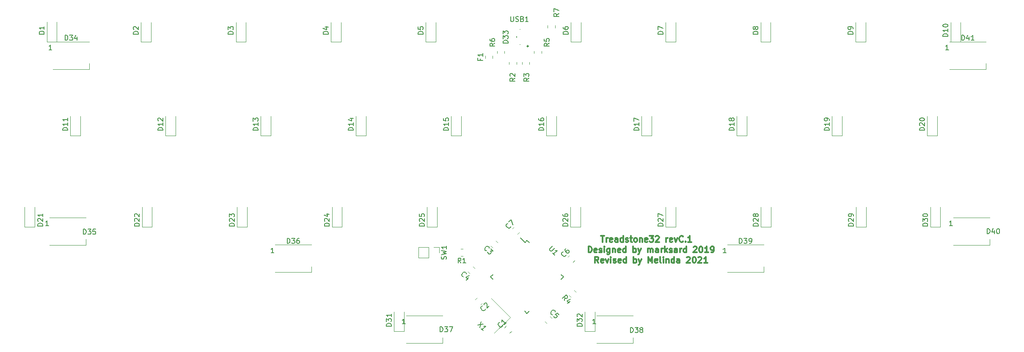
<source format=gto>
G04 #@! TF.GenerationSoftware,KiCad,Pcbnew,(5.1.4)-1*
G04 #@! TF.CreationDate,2021-03-13T03:50:06-06:00*
G04 #@! TF.ProjectId,Treadstone32,54726561-6473-4746-9f6e-6533322e6b69,1.1*
G04 #@! TF.SameCoordinates,Original*
G04 #@! TF.FileFunction,Legend,Top*
G04 #@! TF.FilePolarity,Positive*
%FSLAX46Y46*%
G04 Gerber Fmt 4.6, Leading zero omitted, Abs format (unit mm)*
G04 Created by KiCad (PCBNEW (5.1.4)-1) date 2021-03-13 03:50:06*
%MOMM*%
%LPD*%
G04 APERTURE LIST*
%ADD10C,0.300000*%
%ADD11C,0.120000*%
%ADD12C,0.150000*%
%ADD13C,0.250000*%
G04 APERTURE END LIST*
D10*
X216847717Y-111309857D02*
X217533431Y-111309857D01*
X217190574Y-112509857D02*
X217190574Y-111309857D01*
X217933431Y-112509857D02*
X217933431Y-111709857D01*
X217933431Y-111938428D02*
X217990574Y-111824142D01*
X218047717Y-111767000D01*
X218162002Y-111709857D01*
X218276288Y-111709857D01*
X219133431Y-112452714D02*
X219019145Y-112509857D01*
X218790574Y-112509857D01*
X218676288Y-112452714D01*
X218619145Y-112338428D01*
X218619145Y-111881285D01*
X218676288Y-111767000D01*
X218790574Y-111709857D01*
X219019145Y-111709857D01*
X219133431Y-111767000D01*
X219190574Y-111881285D01*
X219190574Y-111995571D01*
X218619145Y-112109857D01*
X220219145Y-112509857D02*
X220219145Y-111881285D01*
X220162002Y-111767000D01*
X220047717Y-111709857D01*
X219819145Y-111709857D01*
X219704860Y-111767000D01*
X220219145Y-112452714D02*
X220104860Y-112509857D01*
X219819145Y-112509857D01*
X219704860Y-112452714D01*
X219647717Y-112338428D01*
X219647717Y-112224142D01*
X219704860Y-112109857D01*
X219819145Y-112052714D01*
X220104860Y-112052714D01*
X220219145Y-111995571D01*
X221304860Y-112509857D02*
X221304860Y-111309857D01*
X221304860Y-112452714D02*
X221190574Y-112509857D01*
X220962002Y-112509857D01*
X220847717Y-112452714D01*
X220790574Y-112395571D01*
X220733431Y-112281285D01*
X220733431Y-111938428D01*
X220790574Y-111824142D01*
X220847717Y-111767000D01*
X220962002Y-111709857D01*
X221190574Y-111709857D01*
X221304860Y-111767000D01*
X221819145Y-112452714D02*
X221933431Y-112509857D01*
X222162002Y-112509857D01*
X222276288Y-112452714D01*
X222333431Y-112338428D01*
X222333431Y-112281285D01*
X222276288Y-112167000D01*
X222162002Y-112109857D01*
X221990574Y-112109857D01*
X221876288Y-112052714D01*
X221819145Y-111938428D01*
X221819145Y-111881285D01*
X221876288Y-111767000D01*
X221990574Y-111709857D01*
X222162002Y-111709857D01*
X222276288Y-111767000D01*
X222676288Y-111709857D02*
X223133431Y-111709857D01*
X222847717Y-111309857D02*
X222847717Y-112338428D01*
X222904860Y-112452714D01*
X223019145Y-112509857D01*
X223133431Y-112509857D01*
X223704860Y-112509857D02*
X223590574Y-112452714D01*
X223533431Y-112395571D01*
X223476288Y-112281285D01*
X223476288Y-111938428D01*
X223533431Y-111824142D01*
X223590574Y-111767000D01*
X223704860Y-111709857D01*
X223876288Y-111709857D01*
X223990574Y-111767000D01*
X224047717Y-111824142D01*
X224104860Y-111938428D01*
X224104860Y-112281285D01*
X224047717Y-112395571D01*
X223990574Y-112452714D01*
X223876288Y-112509857D01*
X223704860Y-112509857D01*
X224619145Y-111709857D02*
X224619145Y-112509857D01*
X224619145Y-111824142D02*
X224676288Y-111767000D01*
X224790574Y-111709857D01*
X224962002Y-111709857D01*
X225076288Y-111767000D01*
X225133431Y-111881285D01*
X225133431Y-112509857D01*
X226162002Y-112452714D02*
X226047717Y-112509857D01*
X225819145Y-112509857D01*
X225704860Y-112452714D01*
X225647717Y-112338428D01*
X225647717Y-111881285D01*
X225704860Y-111767000D01*
X225819145Y-111709857D01*
X226047717Y-111709857D01*
X226162002Y-111767000D01*
X226219145Y-111881285D01*
X226219145Y-111995571D01*
X225647717Y-112109857D01*
X226619145Y-111309857D02*
X227362002Y-111309857D01*
X226962002Y-111767000D01*
X227133431Y-111767000D01*
X227247717Y-111824142D01*
X227304860Y-111881285D01*
X227362002Y-111995571D01*
X227362002Y-112281285D01*
X227304860Y-112395571D01*
X227247717Y-112452714D01*
X227133431Y-112509857D01*
X226790574Y-112509857D01*
X226676288Y-112452714D01*
X226619145Y-112395571D01*
X227819145Y-111424142D02*
X227876288Y-111367000D01*
X227990574Y-111309857D01*
X228276288Y-111309857D01*
X228390574Y-111367000D01*
X228447717Y-111424142D01*
X228504860Y-111538428D01*
X228504860Y-111652714D01*
X228447717Y-111824142D01*
X227762002Y-112509857D01*
X228504860Y-112509857D01*
X229933431Y-112509857D02*
X229933431Y-111709857D01*
X229933431Y-111938428D02*
X229990574Y-111824142D01*
X230047717Y-111767000D01*
X230162002Y-111709857D01*
X230276288Y-111709857D01*
X231133431Y-112452714D02*
X231019145Y-112509857D01*
X230790574Y-112509857D01*
X230676288Y-112452714D01*
X230619145Y-112338428D01*
X230619145Y-111881285D01*
X230676288Y-111767000D01*
X230790574Y-111709857D01*
X231019145Y-111709857D01*
X231133431Y-111767000D01*
X231190574Y-111881285D01*
X231190574Y-111995571D01*
X230619145Y-112109857D01*
X231590574Y-111709857D02*
X231876288Y-112509857D01*
X232162002Y-111709857D01*
X233304860Y-112395571D02*
X233247717Y-112452714D01*
X233076288Y-112509857D01*
X232962002Y-112509857D01*
X232790574Y-112452714D01*
X232676288Y-112338428D01*
X232619145Y-112224142D01*
X232562002Y-111995571D01*
X232562002Y-111824142D01*
X232619145Y-111595571D01*
X232676288Y-111481285D01*
X232790574Y-111367000D01*
X232962002Y-111309857D01*
X233076288Y-111309857D01*
X233247717Y-111367000D01*
X233304860Y-111424142D01*
X233819145Y-112395571D02*
X233876288Y-112452714D01*
X233819145Y-112509857D01*
X233762002Y-112452714D01*
X233819145Y-112395571D01*
X233819145Y-112509857D01*
X235019145Y-112509857D02*
X234333431Y-112509857D01*
X234676288Y-112509857D02*
X234676288Y-111309857D01*
X234562002Y-111481285D01*
X234447717Y-111595571D01*
X234333431Y-111652714D01*
X214362002Y-114609857D02*
X214362002Y-113409857D01*
X214647717Y-113409857D01*
X214819145Y-113467000D01*
X214933431Y-113581285D01*
X214990574Y-113695571D01*
X215047717Y-113924142D01*
X215047717Y-114095571D01*
X214990574Y-114324142D01*
X214933431Y-114438428D01*
X214819145Y-114552714D01*
X214647717Y-114609857D01*
X214362002Y-114609857D01*
X216019145Y-114552714D02*
X215904860Y-114609857D01*
X215676288Y-114609857D01*
X215562002Y-114552714D01*
X215504860Y-114438428D01*
X215504860Y-113981285D01*
X215562002Y-113867000D01*
X215676288Y-113809857D01*
X215904860Y-113809857D01*
X216019145Y-113867000D01*
X216076288Y-113981285D01*
X216076288Y-114095571D01*
X215504860Y-114209857D01*
X216533431Y-114552714D02*
X216647717Y-114609857D01*
X216876288Y-114609857D01*
X216990574Y-114552714D01*
X217047717Y-114438428D01*
X217047717Y-114381285D01*
X216990574Y-114267000D01*
X216876288Y-114209857D01*
X216704860Y-114209857D01*
X216590574Y-114152714D01*
X216533431Y-114038428D01*
X216533431Y-113981285D01*
X216590574Y-113867000D01*
X216704860Y-113809857D01*
X216876288Y-113809857D01*
X216990574Y-113867000D01*
X217562002Y-114609857D02*
X217562002Y-113809857D01*
X217562002Y-113409857D02*
X217504860Y-113467000D01*
X217562002Y-113524142D01*
X217619145Y-113467000D01*
X217562002Y-113409857D01*
X217562002Y-113524142D01*
X218647717Y-113809857D02*
X218647717Y-114781285D01*
X218590574Y-114895571D01*
X218533431Y-114952714D01*
X218419145Y-115009857D01*
X218247717Y-115009857D01*
X218133431Y-114952714D01*
X218647717Y-114552714D02*
X218533431Y-114609857D01*
X218304860Y-114609857D01*
X218190574Y-114552714D01*
X218133431Y-114495571D01*
X218076288Y-114381285D01*
X218076288Y-114038428D01*
X218133431Y-113924142D01*
X218190574Y-113867000D01*
X218304860Y-113809857D01*
X218533431Y-113809857D01*
X218647717Y-113867000D01*
X219219145Y-113809857D02*
X219219145Y-114609857D01*
X219219145Y-113924142D02*
X219276288Y-113867000D01*
X219390574Y-113809857D01*
X219562002Y-113809857D01*
X219676288Y-113867000D01*
X219733431Y-113981285D01*
X219733431Y-114609857D01*
X220762002Y-114552714D02*
X220647717Y-114609857D01*
X220419145Y-114609857D01*
X220304860Y-114552714D01*
X220247717Y-114438428D01*
X220247717Y-113981285D01*
X220304860Y-113867000D01*
X220419145Y-113809857D01*
X220647717Y-113809857D01*
X220762002Y-113867000D01*
X220819145Y-113981285D01*
X220819145Y-114095571D01*
X220247717Y-114209857D01*
X221847717Y-114609857D02*
X221847717Y-113409857D01*
X221847717Y-114552714D02*
X221733431Y-114609857D01*
X221504860Y-114609857D01*
X221390574Y-114552714D01*
X221333431Y-114495571D01*
X221276288Y-114381285D01*
X221276288Y-114038428D01*
X221333431Y-113924142D01*
X221390574Y-113867000D01*
X221504860Y-113809857D01*
X221733431Y-113809857D01*
X221847717Y-113867000D01*
X223333431Y-114609857D02*
X223333431Y-113409857D01*
X223333431Y-113867000D02*
X223447717Y-113809857D01*
X223676288Y-113809857D01*
X223790574Y-113867000D01*
X223847717Y-113924142D01*
X223904860Y-114038428D01*
X223904860Y-114381285D01*
X223847717Y-114495571D01*
X223790574Y-114552714D01*
X223676288Y-114609857D01*
X223447717Y-114609857D01*
X223333431Y-114552714D01*
X224304860Y-113809857D02*
X224590574Y-114609857D01*
X224876288Y-113809857D02*
X224590574Y-114609857D01*
X224476288Y-114895571D01*
X224419145Y-114952714D01*
X224304860Y-115009857D01*
X226247717Y-114609857D02*
X226247717Y-113809857D01*
X226247717Y-113924142D02*
X226304860Y-113867000D01*
X226419145Y-113809857D01*
X226590574Y-113809857D01*
X226704860Y-113867000D01*
X226762002Y-113981285D01*
X226762002Y-114609857D01*
X226762002Y-113981285D02*
X226819145Y-113867000D01*
X226933431Y-113809857D01*
X227104860Y-113809857D01*
X227219145Y-113867000D01*
X227276288Y-113981285D01*
X227276288Y-114609857D01*
X228362002Y-114609857D02*
X228362002Y-113981285D01*
X228304860Y-113867000D01*
X228190574Y-113809857D01*
X227962002Y-113809857D01*
X227847717Y-113867000D01*
X228362002Y-114552714D02*
X228247717Y-114609857D01*
X227962002Y-114609857D01*
X227847717Y-114552714D01*
X227790574Y-114438428D01*
X227790574Y-114324142D01*
X227847717Y-114209857D01*
X227962002Y-114152714D01*
X228247717Y-114152714D01*
X228362002Y-114095571D01*
X228933431Y-114609857D02*
X228933431Y-113809857D01*
X228933431Y-114038428D02*
X228990574Y-113924142D01*
X229047717Y-113867000D01*
X229162002Y-113809857D01*
X229276288Y-113809857D01*
X229676288Y-114609857D02*
X229676288Y-113409857D01*
X229790574Y-114152714D02*
X230133431Y-114609857D01*
X230133431Y-113809857D02*
X229676288Y-114267000D01*
X230590574Y-114552714D02*
X230704860Y-114609857D01*
X230933431Y-114609857D01*
X231047717Y-114552714D01*
X231104860Y-114438428D01*
X231104860Y-114381285D01*
X231047717Y-114267000D01*
X230933431Y-114209857D01*
X230762002Y-114209857D01*
X230647717Y-114152714D01*
X230590574Y-114038428D01*
X230590574Y-113981285D01*
X230647717Y-113867000D01*
X230762002Y-113809857D01*
X230933431Y-113809857D01*
X231047717Y-113867000D01*
X232133431Y-114609857D02*
X232133431Y-113981285D01*
X232076288Y-113867000D01*
X231962002Y-113809857D01*
X231733431Y-113809857D01*
X231619145Y-113867000D01*
X232133431Y-114552714D02*
X232019145Y-114609857D01*
X231733431Y-114609857D01*
X231619145Y-114552714D01*
X231562002Y-114438428D01*
X231562002Y-114324142D01*
X231619145Y-114209857D01*
X231733431Y-114152714D01*
X232019145Y-114152714D01*
X232133431Y-114095571D01*
X232704860Y-114609857D02*
X232704860Y-113809857D01*
X232704860Y-114038428D02*
X232762002Y-113924142D01*
X232819145Y-113867000D01*
X232933431Y-113809857D01*
X233047717Y-113809857D01*
X233962002Y-114609857D02*
X233962002Y-113409857D01*
X233962002Y-114552714D02*
X233847717Y-114609857D01*
X233619145Y-114609857D01*
X233504860Y-114552714D01*
X233447717Y-114495571D01*
X233390574Y-114381285D01*
X233390574Y-114038428D01*
X233447717Y-113924142D01*
X233504860Y-113867000D01*
X233619145Y-113809857D01*
X233847717Y-113809857D01*
X233962002Y-113867000D01*
X235390574Y-113524142D02*
X235447717Y-113467000D01*
X235562002Y-113409857D01*
X235847717Y-113409857D01*
X235962002Y-113467000D01*
X236019145Y-113524142D01*
X236076288Y-113638428D01*
X236076288Y-113752714D01*
X236019145Y-113924142D01*
X235333431Y-114609857D01*
X236076288Y-114609857D01*
X236819145Y-113409857D02*
X236933431Y-113409857D01*
X237047717Y-113467000D01*
X237104860Y-113524142D01*
X237162002Y-113638428D01*
X237219145Y-113867000D01*
X237219145Y-114152714D01*
X237162002Y-114381285D01*
X237104860Y-114495571D01*
X237047717Y-114552714D01*
X236933431Y-114609857D01*
X236819145Y-114609857D01*
X236704860Y-114552714D01*
X236647717Y-114495571D01*
X236590574Y-114381285D01*
X236533431Y-114152714D01*
X236533431Y-113867000D01*
X236590574Y-113638428D01*
X236647717Y-113524142D01*
X236704860Y-113467000D01*
X236819145Y-113409857D01*
X238362002Y-114609857D02*
X237676288Y-114609857D01*
X238019145Y-114609857D02*
X238019145Y-113409857D01*
X237904860Y-113581285D01*
X237790574Y-113695571D01*
X237676288Y-113752714D01*
X238933431Y-114609857D02*
X239162002Y-114609857D01*
X239276288Y-114552714D01*
X239333431Y-114495571D01*
X239447717Y-114324142D01*
X239504860Y-114095571D01*
X239504860Y-113638428D01*
X239447717Y-113524142D01*
X239390574Y-113467000D01*
X239276288Y-113409857D01*
X239047717Y-113409857D01*
X238933431Y-113467000D01*
X238876288Y-113524142D01*
X238819145Y-113638428D01*
X238819145Y-113924142D01*
X238876288Y-114038428D01*
X238933431Y-114095571D01*
X239047717Y-114152714D01*
X239276288Y-114152714D01*
X239390574Y-114095571D01*
X239447717Y-114038428D01*
X239504860Y-113924142D01*
X216390574Y-116709857D02*
X215990574Y-116138428D01*
X215704860Y-116709857D02*
X215704860Y-115509857D01*
X216162002Y-115509857D01*
X216276288Y-115567000D01*
X216333431Y-115624142D01*
X216390574Y-115738428D01*
X216390574Y-115909857D01*
X216333431Y-116024142D01*
X216276288Y-116081285D01*
X216162002Y-116138428D01*
X215704860Y-116138428D01*
X217362002Y-116652714D02*
X217247717Y-116709857D01*
X217019145Y-116709857D01*
X216904860Y-116652714D01*
X216847717Y-116538428D01*
X216847717Y-116081285D01*
X216904860Y-115967000D01*
X217019145Y-115909857D01*
X217247717Y-115909857D01*
X217362002Y-115967000D01*
X217419145Y-116081285D01*
X217419145Y-116195571D01*
X216847717Y-116309857D01*
X217819145Y-115909857D02*
X218104860Y-116709857D01*
X218390574Y-115909857D01*
X218847717Y-116709857D02*
X218847717Y-115909857D01*
X218847717Y-115509857D02*
X218790574Y-115567000D01*
X218847717Y-115624142D01*
X218904860Y-115567000D01*
X218847717Y-115509857D01*
X218847717Y-115624142D01*
X219362002Y-116652714D02*
X219476288Y-116709857D01*
X219704860Y-116709857D01*
X219819145Y-116652714D01*
X219876288Y-116538428D01*
X219876288Y-116481285D01*
X219819145Y-116367000D01*
X219704860Y-116309857D01*
X219533431Y-116309857D01*
X219419145Y-116252714D01*
X219362002Y-116138428D01*
X219362002Y-116081285D01*
X219419145Y-115967000D01*
X219533431Y-115909857D01*
X219704860Y-115909857D01*
X219819145Y-115967000D01*
X220847717Y-116652714D02*
X220733431Y-116709857D01*
X220504860Y-116709857D01*
X220390574Y-116652714D01*
X220333431Y-116538428D01*
X220333431Y-116081285D01*
X220390574Y-115967000D01*
X220504860Y-115909857D01*
X220733431Y-115909857D01*
X220847717Y-115967000D01*
X220904860Y-116081285D01*
X220904860Y-116195571D01*
X220333431Y-116309857D01*
X221933431Y-116709857D02*
X221933431Y-115509857D01*
X221933431Y-116652714D02*
X221819145Y-116709857D01*
X221590574Y-116709857D01*
X221476288Y-116652714D01*
X221419145Y-116595571D01*
X221362002Y-116481285D01*
X221362002Y-116138428D01*
X221419145Y-116024142D01*
X221476288Y-115967000D01*
X221590574Y-115909857D01*
X221819145Y-115909857D01*
X221933431Y-115967000D01*
X223419145Y-116709857D02*
X223419145Y-115509857D01*
X223419145Y-115967000D02*
X223533431Y-115909857D01*
X223762002Y-115909857D01*
X223876288Y-115967000D01*
X223933431Y-116024142D01*
X223990574Y-116138428D01*
X223990574Y-116481285D01*
X223933431Y-116595571D01*
X223876288Y-116652714D01*
X223762002Y-116709857D01*
X223533431Y-116709857D01*
X223419145Y-116652714D01*
X224390574Y-115909857D02*
X224676288Y-116709857D01*
X224962002Y-115909857D02*
X224676288Y-116709857D01*
X224562002Y-116995571D01*
X224504860Y-117052714D01*
X224390574Y-117109857D01*
X226333431Y-116709857D02*
X226333431Y-115509857D01*
X226733431Y-116367000D01*
X227133431Y-115509857D01*
X227133431Y-116709857D01*
X228162002Y-116652714D02*
X228047717Y-116709857D01*
X227819145Y-116709857D01*
X227704860Y-116652714D01*
X227647717Y-116538428D01*
X227647717Y-116081285D01*
X227704860Y-115967000D01*
X227819145Y-115909857D01*
X228047717Y-115909857D01*
X228162002Y-115967000D01*
X228219145Y-116081285D01*
X228219145Y-116195571D01*
X227647717Y-116309857D01*
X228904860Y-116709857D02*
X228790574Y-116652714D01*
X228733431Y-116538428D01*
X228733431Y-115509857D01*
X229362002Y-116709857D02*
X229362002Y-115909857D01*
X229362002Y-115509857D02*
X229304860Y-115567000D01*
X229362002Y-115624142D01*
X229419145Y-115567000D01*
X229362002Y-115509857D01*
X229362002Y-115624142D01*
X229933431Y-115909857D02*
X229933431Y-116709857D01*
X229933431Y-116024142D02*
X229990574Y-115967000D01*
X230104860Y-115909857D01*
X230276288Y-115909857D01*
X230390574Y-115967000D01*
X230447717Y-116081285D01*
X230447717Y-116709857D01*
X231533431Y-116709857D02*
X231533431Y-115509857D01*
X231533431Y-116652714D02*
X231419145Y-116709857D01*
X231190574Y-116709857D01*
X231076288Y-116652714D01*
X231019145Y-116595571D01*
X230962002Y-116481285D01*
X230962002Y-116138428D01*
X231019145Y-116024142D01*
X231076288Y-115967000D01*
X231190574Y-115909857D01*
X231419145Y-115909857D01*
X231533431Y-115967000D01*
X232619145Y-116709857D02*
X232619145Y-116081285D01*
X232562002Y-115967000D01*
X232447717Y-115909857D01*
X232219145Y-115909857D01*
X232104860Y-115967000D01*
X232619145Y-116652714D02*
X232504860Y-116709857D01*
X232219145Y-116709857D01*
X232104860Y-116652714D01*
X232047717Y-116538428D01*
X232047717Y-116424142D01*
X232104860Y-116309857D01*
X232219145Y-116252714D01*
X232504860Y-116252714D01*
X232619145Y-116195571D01*
X234047717Y-115624142D02*
X234104860Y-115567000D01*
X234219145Y-115509857D01*
X234504860Y-115509857D01*
X234619145Y-115567000D01*
X234676288Y-115624142D01*
X234733431Y-115738428D01*
X234733431Y-115852714D01*
X234676288Y-116024142D01*
X233990574Y-116709857D01*
X234733431Y-116709857D01*
X235476288Y-115509857D02*
X235590574Y-115509857D01*
X235704860Y-115567000D01*
X235762002Y-115624142D01*
X235819145Y-115738428D01*
X235876288Y-115967000D01*
X235876288Y-116252714D01*
X235819145Y-116481285D01*
X235762002Y-116595571D01*
X235704860Y-116652714D01*
X235590574Y-116709857D01*
X235476288Y-116709857D01*
X235362002Y-116652714D01*
X235304860Y-116595571D01*
X235247717Y-116481285D01*
X235190574Y-116252714D01*
X235190574Y-115967000D01*
X235247717Y-115738428D01*
X235304860Y-115624142D01*
X235362002Y-115567000D01*
X235476288Y-115509857D01*
X236333431Y-115624142D02*
X236390574Y-115567000D01*
X236504860Y-115509857D01*
X236790574Y-115509857D01*
X236904860Y-115567000D01*
X236962002Y-115624142D01*
X237019145Y-115738428D01*
X237019145Y-115852714D01*
X236962002Y-116024142D01*
X236276288Y-116709857D01*
X237019145Y-116709857D01*
X238162002Y-116709857D02*
X237476288Y-116709857D01*
X237819145Y-116709857D02*
X237819145Y-115509857D01*
X237704860Y-115681285D01*
X237590574Y-115795571D01*
X237476288Y-115852714D01*
D11*
X213639860Y-130414000D02*
X213639860Y-126514000D01*
X215639860Y-130414000D02*
X215639860Y-126514000D01*
X213639860Y-130414000D02*
X215639860Y-130414000D01*
X175485860Y-130414000D02*
X175485860Y-126514000D01*
X177485860Y-130414000D02*
X177485860Y-126514000D01*
X175485860Y-130414000D02*
X177485860Y-130414000D01*
X282800860Y-109459000D02*
X282800860Y-105559000D01*
X284800860Y-109459000D02*
X284800860Y-105559000D01*
X282800860Y-109459000D02*
X284800860Y-109459000D01*
X267941860Y-109459000D02*
X267941860Y-105559000D01*
X269941860Y-109459000D02*
X269941860Y-105559000D01*
X267941860Y-109459000D02*
X269941860Y-109459000D01*
X248891860Y-109459000D02*
X248891860Y-105559000D01*
X250891860Y-109459000D02*
X250891860Y-105559000D01*
X248891860Y-109459000D02*
X250891860Y-109459000D01*
X229841860Y-109459000D02*
X229841860Y-105559000D01*
X231841860Y-109459000D02*
X231841860Y-105559000D01*
X229841860Y-109459000D02*
X231841860Y-109459000D01*
X210791860Y-109459000D02*
X210791860Y-105559000D01*
X212791860Y-109459000D02*
X212791860Y-105559000D01*
X210791860Y-109459000D02*
X212791860Y-109459000D01*
X182089860Y-109459000D02*
X182089860Y-105559000D01*
X184089860Y-109459000D02*
X184089860Y-105559000D01*
X182089860Y-109459000D02*
X184089860Y-109459000D01*
X163082192Y-109459000D02*
X163082192Y-105559000D01*
X165082192Y-109459000D02*
X165082192Y-105559000D01*
X163082192Y-109459000D02*
X165082192Y-109459000D01*
X144074526Y-109459000D02*
X144074526Y-105559000D01*
X146074526Y-109459000D02*
X146074526Y-105559000D01*
X144074526Y-109459000D02*
X146074526Y-109459000D01*
X125066860Y-109459000D02*
X125066860Y-105559000D01*
X127066860Y-109459000D02*
X127066860Y-105559000D01*
X125066860Y-109459000D02*
X127066860Y-109459000D01*
X101571860Y-109459000D02*
X101571860Y-105559000D01*
X103571860Y-109459000D02*
X103571860Y-105559000D01*
X101571860Y-109459000D02*
X103571860Y-109459000D01*
X282165860Y-91185500D02*
X282165860Y-87285500D01*
X284165860Y-91185500D02*
X284165860Y-87285500D01*
X282165860Y-91185500D02*
X284165860Y-91185500D01*
X263115860Y-91185500D02*
X263115860Y-87285500D01*
X265115860Y-91185500D02*
X265115860Y-87285500D01*
X263115860Y-91185500D02*
X265115860Y-91185500D01*
X244065860Y-91185500D02*
X244065860Y-87285500D01*
X246065860Y-91185500D02*
X246065860Y-87285500D01*
X244065860Y-91185500D02*
X246065860Y-91185500D01*
X225015860Y-91185500D02*
X225015860Y-87285500D01*
X227015860Y-91185500D02*
X227015860Y-87285500D01*
X225015860Y-91185500D02*
X227015860Y-91185500D01*
X205965860Y-91185500D02*
X205965860Y-87285500D01*
X207965860Y-91185500D02*
X207965860Y-87285500D01*
X205965860Y-91185500D02*
X207965860Y-91185500D01*
X186915860Y-91185500D02*
X186915860Y-87285500D01*
X188915860Y-91185500D02*
X188915860Y-87285500D01*
X186915860Y-91185500D02*
X188915860Y-91185500D01*
X167865860Y-91185500D02*
X167865860Y-87285500D01*
X169865860Y-91185500D02*
X169865860Y-87285500D01*
X167865860Y-91185500D02*
X169865860Y-91185500D01*
X148815860Y-91185500D02*
X148815860Y-87285500D01*
X150815860Y-91185500D02*
X150815860Y-87285500D01*
X148815860Y-91185500D02*
X150815860Y-91185500D01*
X129765860Y-91185500D02*
X129765860Y-87285500D01*
X131765860Y-91185500D02*
X131765860Y-87285500D01*
X129765860Y-91185500D02*
X131765860Y-91185500D01*
X110715860Y-91185500D02*
X110715860Y-87285500D01*
X112715860Y-91185500D02*
X112715860Y-87285500D01*
X110715860Y-91185500D02*
X112715860Y-91185500D01*
X286844860Y-72384000D02*
X286844860Y-68484000D01*
X288844860Y-72384000D02*
X288844860Y-68484000D01*
X286844860Y-72384000D02*
X288844860Y-72384000D01*
X267844860Y-72384000D02*
X267844860Y-68484000D01*
X269844860Y-72384000D02*
X269844860Y-68484000D01*
X267844860Y-72384000D02*
X269844860Y-72384000D01*
X248844860Y-72384000D02*
X248844860Y-68484000D01*
X250844860Y-72384000D02*
X250844860Y-68484000D01*
X248844860Y-72384000D02*
X250844860Y-72384000D01*
X229844860Y-72384000D02*
X229844860Y-68484000D01*
X231844860Y-72384000D02*
X231844860Y-68484000D01*
X229844860Y-72384000D02*
X231844860Y-72384000D01*
X210844860Y-72384000D02*
X210844860Y-68484000D01*
X212844860Y-72384000D02*
X212844860Y-68484000D01*
X210844860Y-72384000D02*
X212844860Y-72384000D01*
X181844860Y-72384000D02*
X181844860Y-68484000D01*
X183844860Y-72384000D02*
X183844860Y-68484000D01*
X181844860Y-72384000D02*
X183844860Y-72384000D01*
X162844860Y-72384000D02*
X162844860Y-68484000D01*
X164844860Y-72384000D02*
X164844860Y-68484000D01*
X162844860Y-72384000D02*
X164844860Y-72384000D01*
X143844860Y-72384000D02*
X143844860Y-68484000D01*
X145844860Y-72384000D02*
X145844860Y-68484000D01*
X143844860Y-72384000D02*
X145844860Y-72384000D01*
X124844860Y-72384000D02*
X124844860Y-68484000D01*
X126844860Y-72384000D02*
X126844860Y-68484000D01*
X124844860Y-72384000D02*
X126844860Y-72384000D01*
X106016860Y-72375000D02*
X106016860Y-68475000D01*
X108016860Y-72375000D02*
X108016860Y-68475000D01*
X106016860Y-72375000D02*
X108016860Y-72375000D01*
X293927860Y-77895200D02*
X293927860Y-76745200D01*
X286627860Y-77895200D02*
X293927860Y-77895200D01*
X286627860Y-72395200D02*
X293927860Y-72395200D01*
X294689860Y-113134000D02*
X294689860Y-111984000D01*
X287389860Y-113134000D02*
X294689860Y-113134000D01*
X287389860Y-107634000D02*
X294689860Y-107634000D01*
X249434560Y-118595000D02*
X249434560Y-117445000D01*
X242134560Y-118595000D02*
X249434560Y-118595000D01*
X242134560Y-113095000D02*
X249434560Y-113095000D01*
X223315860Y-132819000D02*
X223315860Y-131669000D01*
X216015860Y-132819000D02*
X223315860Y-132819000D01*
X216015860Y-127319000D02*
X223315860Y-127319000D01*
X185215860Y-132819000D02*
X185215860Y-131669000D01*
X177915860Y-132819000D02*
X185215860Y-132819000D01*
X177915860Y-127319000D02*
X185215860Y-127319000D01*
X158952760Y-118595000D02*
X158952760Y-117445000D01*
X151652760Y-118595000D02*
X158952760Y-118595000D01*
X151652760Y-113095000D02*
X158952760Y-113095000D01*
X113841860Y-113134000D02*
X113841860Y-111984000D01*
X106541860Y-113134000D02*
X113841860Y-113134000D01*
X106541860Y-107634000D02*
X113841860Y-107634000D01*
X114505560Y-77895200D02*
X114505560Y-76745200D01*
X107205560Y-77895200D02*
X114505560Y-77895200D01*
X107205560Y-72395200D02*
X114505560Y-72395200D01*
X206204860Y-69151936D02*
X206204860Y-69606064D01*
X207674860Y-69151936D02*
X207674860Y-69606064D01*
D12*
X199989860Y-71464000D02*
X199989860Y-71294001D01*
X200714860Y-69859000D02*
X200664861Y-69859000D01*
X200714860Y-72899000D02*
X200664860Y-72899000D01*
D13*
X202339860Y-73274000D02*
G75*
G03X202339860Y-73274000I-125000J0D01*
G01*
D12*
X201666082Y-112602977D02*
X200764520Y-111701416D01*
X209391223Y-119514946D02*
X208913926Y-119037649D01*
X202072668Y-126833501D02*
X201595371Y-126356204D01*
X194754113Y-119514946D02*
X195231410Y-119992243D01*
X202072668Y-112196391D02*
X202549965Y-112673688D01*
X194754113Y-119514946D02*
X195231410Y-119037649D01*
X202072668Y-126833501D02*
X202549965Y-126356204D01*
X209391223Y-119514946D02*
X208913926Y-119992243D01*
X202072668Y-112196391D02*
X201666082Y-112602977D01*
D11*
X184499860Y-113569000D02*
X184499860Y-114629000D01*
X183439860Y-113569000D02*
X184499860Y-113569000D01*
X182439860Y-113569000D02*
X182439860Y-115689000D01*
X182439860Y-115689000D02*
X180379860Y-115689000D01*
X182439860Y-113569000D02*
X180379860Y-113569000D01*
X180379860Y-113569000D02*
X180379860Y-115689000D01*
X197574860Y-74718564D02*
X197574860Y-74264436D01*
X196104860Y-74718564D02*
X196104860Y-74264436D01*
X204974860Y-74718564D02*
X204974860Y-74264436D01*
X203504860Y-74718564D02*
X203504860Y-74264436D01*
X211870142Y-122519835D02*
X211549025Y-122198718D01*
X210830695Y-123559282D02*
X210509578Y-123238165D01*
X202574860Y-76893564D02*
X202574860Y-76439436D01*
X201104860Y-76893564D02*
X201104860Y-76439436D01*
X199974860Y-76893564D02*
X199974860Y-76439436D01*
X198504860Y-76893564D02*
X198504860Y-76439436D01*
X189254424Y-113894000D02*
X188800296Y-113894000D01*
X189254424Y-115364000D02*
X188800296Y-115364000D01*
X195149860Y-75700078D02*
X195149860Y-75182922D01*
X193729860Y-75700078D02*
X193729860Y-75182922D01*
X200196601Y-110911706D02*
X200566068Y-110542239D01*
X199157154Y-109872259D02*
X199526621Y-109502792D01*
X211274850Y-116583457D02*
X211644317Y-116213990D01*
X210235403Y-115544010D02*
X210604870Y-115174543D01*
X205657154Y-128463990D02*
X206026621Y-128833457D01*
X206696601Y-127424543D02*
X207066068Y-127794010D01*
X191644317Y-117794010D02*
X191274850Y-117424543D01*
X190604870Y-118833457D02*
X190235403Y-118463990D01*
X196222566Y-112622259D02*
X195853099Y-112252792D01*
X195183119Y-113661706D02*
X194813652Y-113292239D01*
X192104870Y-123674543D02*
X191735403Y-124044010D01*
X193144317Y-124713990D02*
X192774850Y-125083457D01*
X198603099Y-130755208D02*
X198972566Y-130385741D01*
X197563652Y-129715761D02*
X197933119Y-129346294D01*
X195549608Y-130768551D02*
X198731589Y-127586570D01*
X198731589Y-127586570D02*
X194913212Y-123768193D01*
D12*
X213092240Y-129378285D02*
X212092240Y-129378285D01*
X212092240Y-129140190D01*
X212139860Y-128997333D01*
X212235098Y-128902095D01*
X212330336Y-128854476D01*
X212520812Y-128806857D01*
X212663669Y-128806857D01*
X212854145Y-128854476D01*
X212949383Y-128902095D01*
X213044621Y-128997333D01*
X213092240Y-129140190D01*
X213092240Y-129378285D01*
X212092240Y-128473523D02*
X212092240Y-127854476D01*
X212473193Y-128187809D01*
X212473193Y-128044952D01*
X212520812Y-127949714D01*
X212568431Y-127902095D01*
X212663669Y-127854476D01*
X212901764Y-127854476D01*
X212997002Y-127902095D01*
X213044621Y-127949714D01*
X213092240Y-128044952D01*
X213092240Y-128330666D01*
X213044621Y-128425904D01*
X212997002Y-128473523D01*
X212187479Y-127473523D02*
X212139860Y-127425904D01*
X212092240Y-127330666D01*
X212092240Y-127092571D01*
X212139860Y-126997333D01*
X212187479Y-126949714D01*
X212282717Y-126902095D01*
X212377955Y-126902095D01*
X212520812Y-126949714D01*
X213092240Y-127521142D01*
X213092240Y-126902095D01*
X174938240Y-129378285D02*
X173938240Y-129378285D01*
X173938240Y-129140190D01*
X173985860Y-128997333D01*
X174081098Y-128902095D01*
X174176336Y-128854476D01*
X174366812Y-128806857D01*
X174509669Y-128806857D01*
X174700145Y-128854476D01*
X174795383Y-128902095D01*
X174890621Y-128997333D01*
X174938240Y-129140190D01*
X174938240Y-129378285D01*
X173938240Y-128473523D02*
X173938240Y-127854476D01*
X174319193Y-128187809D01*
X174319193Y-128044952D01*
X174366812Y-127949714D01*
X174414431Y-127902095D01*
X174509669Y-127854476D01*
X174747764Y-127854476D01*
X174843002Y-127902095D01*
X174890621Y-127949714D01*
X174938240Y-128044952D01*
X174938240Y-128330666D01*
X174890621Y-128425904D01*
X174843002Y-128473523D01*
X174938240Y-126902095D02*
X174938240Y-127473523D01*
X174938240Y-127187809D02*
X173938240Y-127187809D01*
X174081098Y-127283047D01*
X174176336Y-127378285D01*
X174223955Y-127473523D01*
X282253240Y-109312285D02*
X281253240Y-109312285D01*
X281253240Y-109074190D01*
X281300860Y-108931333D01*
X281396098Y-108836095D01*
X281491336Y-108788476D01*
X281681812Y-108740857D01*
X281824669Y-108740857D01*
X282015145Y-108788476D01*
X282110383Y-108836095D01*
X282205621Y-108931333D01*
X282253240Y-109074190D01*
X282253240Y-109312285D01*
X281253240Y-108407523D02*
X281253240Y-107788476D01*
X281634193Y-108121809D01*
X281634193Y-107978952D01*
X281681812Y-107883714D01*
X281729431Y-107836095D01*
X281824669Y-107788476D01*
X282062764Y-107788476D01*
X282158002Y-107836095D01*
X282205621Y-107883714D01*
X282253240Y-107978952D01*
X282253240Y-108264666D01*
X282205621Y-108359904D01*
X282158002Y-108407523D01*
X281253240Y-107169428D02*
X281253240Y-107074190D01*
X281300860Y-106978952D01*
X281348479Y-106931333D01*
X281443717Y-106883714D01*
X281634193Y-106836095D01*
X281872288Y-106836095D01*
X282062764Y-106883714D01*
X282158002Y-106931333D01*
X282205621Y-106978952D01*
X282253240Y-107074190D01*
X282253240Y-107169428D01*
X282205621Y-107264666D01*
X282158002Y-107312285D01*
X282062764Y-107359904D01*
X281872288Y-107407523D01*
X281634193Y-107407523D01*
X281443717Y-107359904D01*
X281348479Y-107312285D01*
X281300860Y-107264666D01*
X281253240Y-107169428D01*
X267394240Y-109312285D02*
X266394240Y-109312285D01*
X266394240Y-109074190D01*
X266441860Y-108931333D01*
X266537098Y-108836095D01*
X266632336Y-108788476D01*
X266822812Y-108740857D01*
X266965669Y-108740857D01*
X267156145Y-108788476D01*
X267251383Y-108836095D01*
X267346621Y-108931333D01*
X267394240Y-109074190D01*
X267394240Y-109312285D01*
X266489479Y-108359904D02*
X266441860Y-108312285D01*
X266394240Y-108217047D01*
X266394240Y-107978952D01*
X266441860Y-107883714D01*
X266489479Y-107836095D01*
X266584717Y-107788476D01*
X266679955Y-107788476D01*
X266822812Y-107836095D01*
X267394240Y-108407523D01*
X267394240Y-107788476D01*
X267394240Y-107312285D02*
X267394240Y-107121809D01*
X267346621Y-107026571D01*
X267299002Y-106978952D01*
X267156145Y-106883714D01*
X266965669Y-106836095D01*
X266584717Y-106836095D01*
X266489479Y-106883714D01*
X266441860Y-106931333D01*
X266394240Y-107026571D01*
X266394240Y-107217047D01*
X266441860Y-107312285D01*
X266489479Y-107359904D01*
X266584717Y-107407523D01*
X266822812Y-107407523D01*
X266918050Y-107359904D01*
X266965669Y-107312285D01*
X267013288Y-107217047D01*
X267013288Y-107026571D01*
X266965669Y-106931333D01*
X266918050Y-106883714D01*
X266822812Y-106836095D01*
X248344240Y-109312285D02*
X247344240Y-109312285D01*
X247344240Y-109074190D01*
X247391860Y-108931333D01*
X247487098Y-108836095D01*
X247582336Y-108788476D01*
X247772812Y-108740857D01*
X247915669Y-108740857D01*
X248106145Y-108788476D01*
X248201383Y-108836095D01*
X248296621Y-108931333D01*
X248344240Y-109074190D01*
X248344240Y-109312285D01*
X247439479Y-108359904D02*
X247391860Y-108312285D01*
X247344240Y-108217047D01*
X247344240Y-107978952D01*
X247391860Y-107883714D01*
X247439479Y-107836095D01*
X247534717Y-107788476D01*
X247629955Y-107788476D01*
X247772812Y-107836095D01*
X248344240Y-108407523D01*
X248344240Y-107788476D01*
X247772812Y-107217047D02*
X247725193Y-107312285D01*
X247677574Y-107359904D01*
X247582336Y-107407523D01*
X247534717Y-107407523D01*
X247439479Y-107359904D01*
X247391860Y-107312285D01*
X247344240Y-107217047D01*
X247344240Y-107026571D01*
X247391860Y-106931333D01*
X247439479Y-106883714D01*
X247534717Y-106836095D01*
X247582336Y-106836095D01*
X247677574Y-106883714D01*
X247725193Y-106931333D01*
X247772812Y-107026571D01*
X247772812Y-107217047D01*
X247820431Y-107312285D01*
X247868050Y-107359904D01*
X247963288Y-107407523D01*
X248153764Y-107407523D01*
X248249002Y-107359904D01*
X248296621Y-107312285D01*
X248344240Y-107217047D01*
X248344240Y-107026571D01*
X248296621Y-106931333D01*
X248249002Y-106883714D01*
X248153764Y-106836095D01*
X247963288Y-106836095D01*
X247868050Y-106883714D01*
X247820431Y-106931333D01*
X247772812Y-107026571D01*
X229294240Y-109312285D02*
X228294240Y-109312285D01*
X228294240Y-109074190D01*
X228341860Y-108931333D01*
X228437098Y-108836095D01*
X228532336Y-108788476D01*
X228722812Y-108740857D01*
X228865669Y-108740857D01*
X229056145Y-108788476D01*
X229151383Y-108836095D01*
X229246621Y-108931333D01*
X229294240Y-109074190D01*
X229294240Y-109312285D01*
X228389479Y-108359904D02*
X228341860Y-108312285D01*
X228294240Y-108217047D01*
X228294240Y-107978952D01*
X228341860Y-107883714D01*
X228389479Y-107836095D01*
X228484717Y-107788476D01*
X228579955Y-107788476D01*
X228722812Y-107836095D01*
X229294240Y-108407523D01*
X229294240Y-107788476D01*
X228294240Y-107455142D02*
X228294240Y-106788476D01*
X229294240Y-107217047D01*
X210244240Y-109312285D02*
X209244240Y-109312285D01*
X209244240Y-109074190D01*
X209291860Y-108931333D01*
X209387098Y-108836095D01*
X209482336Y-108788476D01*
X209672812Y-108740857D01*
X209815669Y-108740857D01*
X210006145Y-108788476D01*
X210101383Y-108836095D01*
X210196621Y-108931333D01*
X210244240Y-109074190D01*
X210244240Y-109312285D01*
X209339479Y-108359904D02*
X209291860Y-108312285D01*
X209244240Y-108217047D01*
X209244240Y-107978952D01*
X209291860Y-107883714D01*
X209339479Y-107836095D01*
X209434717Y-107788476D01*
X209529955Y-107788476D01*
X209672812Y-107836095D01*
X210244240Y-108407523D01*
X210244240Y-107788476D01*
X209244240Y-106931333D02*
X209244240Y-107121809D01*
X209291860Y-107217047D01*
X209339479Y-107264666D01*
X209482336Y-107359904D01*
X209672812Y-107407523D01*
X210053764Y-107407523D01*
X210149002Y-107359904D01*
X210196621Y-107312285D01*
X210244240Y-107217047D01*
X210244240Y-107026571D01*
X210196621Y-106931333D01*
X210149002Y-106883714D01*
X210053764Y-106836095D01*
X209815669Y-106836095D01*
X209720431Y-106883714D01*
X209672812Y-106931333D01*
X209625193Y-107026571D01*
X209625193Y-107217047D01*
X209672812Y-107312285D01*
X209720431Y-107359904D01*
X209815669Y-107407523D01*
X181542240Y-109312285D02*
X180542240Y-109312285D01*
X180542240Y-109074190D01*
X180589860Y-108931333D01*
X180685098Y-108836095D01*
X180780336Y-108788476D01*
X180970812Y-108740857D01*
X181113669Y-108740857D01*
X181304145Y-108788476D01*
X181399383Y-108836095D01*
X181494621Y-108931333D01*
X181542240Y-109074190D01*
X181542240Y-109312285D01*
X180637479Y-108359904D02*
X180589860Y-108312285D01*
X180542240Y-108217047D01*
X180542240Y-107978952D01*
X180589860Y-107883714D01*
X180637479Y-107836095D01*
X180732717Y-107788476D01*
X180827955Y-107788476D01*
X180970812Y-107836095D01*
X181542240Y-108407523D01*
X181542240Y-107788476D01*
X180542240Y-106883714D02*
X180542240Y-107359904D01*
X181018431Y-107407523D01*
X180970812Y-107359904D01*
X180923193Y-107264666D01*
X180923193Y-107026571D01*
X180970812Y-106931333D01*
X181018431Y-106883714D01*
X181113669Y-106836095D01*
X181351764Y-106836095D01*
X181447002Y-106883714D01*
X181494621Y-106931333D01*
X181542240Y-107026571D01*
X181542240Y-107264666D01*
X181494621Y-107359904D01*
X181447002Y-107407523D01*
X162534572Y-109312285D02*
X161534572Y-109312285D01*
X161534572Y-109074190D01*
X161582192Y-108931333D01*
X161677430Y-108836095D01*
X161772668Y-108788476D01*
X161963144Y-108740857D01*
X162106001Y-108740857D01*
X162296477Y-108788476D01*
X162391715Y-108836095D01*
X162486953Y-108931333D01*
X162534572Y-109074190D01*
X162534572Y-109312285D01*
X161629811Y-108359904D02*
X161582192Y-108312285D01*
X161534572Y-108217047D01*
X161534572Y-107978952D01*
X161582192Y-107883714D01*
X161629811Y-107836095D01*
X161725049Y-107788476D01*
X161820287Y-107788476D01*
X161963144Y-107836095D01*
X162534572Y-108407523D01*
X162534572Y-107788476D01*
X161867906Y-106931333D02*
X162534572Y-106931333D01*
X161486953Y-107169428D02*
X162201239Y-107407523D01*
X162201239Y-106788476D01*
X143526906Y-109312285D02*
X142526906Y-109312285D01*
X142526906Y-109074190D01*
X142574526Y-108931333D01*
X142669764Y-108836095D01*
X142765002Y-108788476D01*
X142955478Y-108740857D01*
X143098335Y-108740857D01*
X143288811Y-108788476D01*
X143384049Y-108836095D01*
X143479287Y-108931333D01*
X143526906Y-109074190D01*
X143526906Y-109312285D01*
X142622145Y-108359904D02*
X142574526Y-108312285D01*
X142526906Y-108217047D01*
X142526906Y-107978952D01*
X142574526Y-107883714D01*
X142622145Y-107836095D01*
X142717383Y-107788476D01*
X142812621Y-107788476D01*
X142955478Y-107836095D01*
X143526906Y-108407523D01*
X143526906Y-107788476D01*
X142526906Y-107455142D02*
X142526906Y-106836095D01*
X142907859Y-107169428D01*
X142907859Y-107026571D01*
X142955478Y-106931333D01*
X143003097Y-106883714D01*
X143098335Y-106836095D01*
X143336430Y-106836095D01*
X143431668Y-106883714D01*
X143479287Y-106931333D01*
X143526906Y-107026571D01*
X143526906Y-107312285D01*
X143479287Y-107407523D01*
X143431668Y-107455142D01*
X124519240Y-109312285D02*
X123519240Y-109312285D01*
X123519240Y-109074190D01*
X123566860Y-108931333D01*
X123662098Y-108836095D01*
X123757336Y-108788476D01*
X123947812Y-108740857D01*
X124090669Y-108740857D01*
X124281145Y-108788476D01*
X124376383Y-108836095D01*
X124471621Y-108931333D01*
X124519240Y-109074190D01*
X124519240Y-109312285D01*
X123614479Y-108359904D02*
X123566860Y-108312285D01*
X123519240Y-108217047D01*
X123519240Y-107978952D01*
X123566860Y-107883714D01*
X123614479Y-107836095D01*
X123709717Y-107788476D01*
X123804955Y-107788476D01*
X123947812Y-107836095D01*
X124519240Y-108407523D01*
X124519240Y-107788476D01*
X123614479Y-107407523D02*
X123566860Y-107359904D01*
X123519240Y-107264666D01*
X123519240Y-107026571D01*
X123566860Y-106931333D01*
X123614479Y-106883714D01*
X123709717Y-106836095D01*
X123804955Y-106836095D01*
X123947812Y-106883714D01*
X124519240Y-107455142D01*
X124519240Y-106836095D01*
X105183240Y-109312285D02*
X104183240Y-109312285D01*
X104183240Y-109074190D01*
X104230860Y-108931333D01*
X104326098Y-108836095D01*
X104421336Y-108788476D01*
X104611812Y-108740857D01*
X104754669Y-108740857D01*
X104945145Y-108788476D01*
X105040383Y-108836095D01*
X105135621Y-108931333D01*
X105183240Y-109074190D01*
X105183240Y-109312285D01*
X104278479Y-108359904D02*
X104230860Y-108312285D01*
X104183240Y-108217047D01*
X104183240Y-107978952D01*
X104230860Y-107883714D01*
X104278479Y-107836095D01*
X104373717Y-107788476D01*
X104468955Y-107788476D01*
X104611812Y-107836095D01*
X105183240Y-108407523D01*
X105183240Y-107788476D01*
X105183240Y-106836095D02*
X105183240Y-107407523D01*
X105183240Y-107121809D02*
X104183240Y-107121809D01*
X104326098Y-107217047D01*
X104421336Y-107312285D01*
X104468955Y-107407523D01*
X281618240Y-90149785D02*
X280618240Y-90149785D01*
X280618240Y-89911690D01*
X280665860Y-89768833D01*
X280761098Y-89673595D01*
X280856336Y-89625976D01*
X281046812Y-89578357D01*
X281189669Y-89578357D01*
X281380145Y-89625976D01*
X281475383Y-89673595D01*
X281570621Y-89768833D01*
X281618240Y-89911690D01*
X281618240Y-90149785D01*
X280713479Y-89197404D02*
X280665860Y-89149785D01*
X280618240Y-89054547D01*
X280618240Y-88816452D01*
X280665860Y-88721214D01*
X280713479Y-88673595D01*
X280808717Y-88625976D01*
X280903955Y-88625976D01*
X281046812Y-88673595D01*
X281618240Y-89245023D01*
X281618240Y-88625976D01*
X280618240Y-88006928D02*
X280618240Y-87911690D01*
X280665860Y-87816452D01*
X280713479Y-87768833D01*
X280808717Y-87721214D01*
X280999193Y-87673595D01*
X281237288Y-87673595D01*
X281427764Y-87721214D01*
X281523002Y-87768833D01*
X281570621Y-87816452D01*
X281618240Y-87911690D01*
X281618240Y-88006928D01*
X281570621Y-88102166D01*
X281523002Y-88149785D01*
X281427764Y-88197404D01*
X281237288Y-88245023D01*
X280999193Y-88245023D01*
X280808717Y-88197404D01*
X280713479Y-88149785D01*
X280665860Y-88102166D01*
X280618240Y-88006928D01*
X262568240Y-90149785D02*
X261568240Y-90149785D01*
X261568240Y-89911690D01*
X261615860Y-89768833D01*
X261711098Y-89673595D01*
X261806336Y-89625976D01*
X261996812Y-89578357D01*
X262139669Y-89578357D01*
X262330145Y-89625976D01*
X262425383Y-89673595D01*
X262520621Y-89768833D01*
X262568240Y-89911690D01*
X262568240Y-90149785D01*
X262568240Y-88625976D02*
X262568240Y-89197404D01*
X262568240Y-88911690D02*
X261568240Y-88911690D01*
X261711098Y-89006928D01*
X261806336Y-89102166D01*
X261853955Y-89197404D01*
X262568240Y-88149785D02*
X262568240Y-87959309D01*
X262520621Y-87864071D01*
X262473002Y-87816452D01*
X262330145Y-87721214D01*
X262139669Y-87673595D01*
X261758717Y-87673595D01*
X261663479Y-87721214D01*
X261615860Y-87768833D01*
X261568240Y-87864071D01*
X261568240Y-88054547D01*
X261615860Y-88149785D01*
X261663479Y-88197404D01*
X261758717Y-88245023D01*
X261996812Y-88245023D01*
X262092050Y-88197404D01*
X262139669Y-88149785D01*
X262187288Y-88054547D01*
X262187288Y-87864071D01*
X262139669Y-87768833D01*
X262092050Y-87721214D01*
X261996812Y-87673595D01*
X243518240Y-90149785D02*
X242518240Y-90149785D01*
X242518240Y-89911690D01*
X242565860Y-89768833D01*
X242661098Y-89673595D01*
X242756336Y-89625976D01*
X242946812Y-89578357D01*
X243089669Y-89578357D01*
X243280145Y-89625976D01*
X243375383Y-89673595D01*
X243470621Y-89768833D01*
X243518240Y-89911690D01*
X243518240Y-90149785D01*
X243518240Y-88625976D02*
X243518240Y-89197404D01*
X243518240Y-88911690D02*
X242518240Y-88911690D01*
X242661098Y-89006928D01*
X242756336Y-89102166D01*
X242803955Y-89197404D01*
X242946812Y-88054547D02*
X242899193Y-88149785D01*
X242851574Y-88197404D01*
X242756336Y-88245023D01*
X242708717Y-88245023D01*
X242613479Y-88197404D01*
X242565860Y-88149785D01*
X242518240Y-88054547D01*
X242518240Y-87864071D01*
X242565860Y-87768833D01*
X242613479Y-87721214D01*
X242708717Y-87673595D01*
X242756336Y-87673595D01*
X242851574Y-87721214D01*
X242899193Y-87768833D01*
X242946812Y-87864071D01*
X242946812Y-88054547D01*
X242994431Y-88149785D01*
X243042050Y-88197404D01*
X243137288Y-88245023D01*
X243327764Y-88245023D01*
X243423002Y-88197404D01*
X243470621Y-88149785D01*
X243518240Y-88054547D01*
X243518240Y-87864071D01*
X243470621Y-87768833D01*
X243423002Y-87721214D01*
X243327764Y-87673595D01*
X243137288Y-87673595D01*
X243042050Y-87721214D01*
X242994431Y-87768833D01*
X242946812Y-87864071D01*
X224468240Y-90149785D02*
X223468240Y-90149785D01*
X223468240Y-89911690D01*
X223515860Y-89768833D01*
X223611098Y-89673595D01*
X223706336Y-89625976D01*
X223896812Y-89578357D01*
X224039669Y-89578357D01*
X224230145Y-89625976D01*
X224325383Y-89673595D01*
X224420621Y-89768833D01*
X224468240Y-89911690D01*
X224468240Y-90149785D01*
X224468240Y-88625976D02*
X224468240Y-89197404D01*
X224468240Y-88911690D02*
X223468240Y-88911690D01*
X223611098Y-89006928D01*
X223706336Y-89102166D01*
X223753955Y-89197404D01*
X223468240Y-88292642D02*
X223468240Y-87625976D01*
X224468240Y-88054547D01*
X205418240Y-90149785D02*
X204418240Y-90149785D01*
X204418240Y-89911690D01*
X204465860Y-89768833D01*
X204561098Y-89673595D01*
X204656336Y-89625976D01*
X204846812Y-89578357D01*
X204989669Y-89578357D01*
X205180145Y-89625976D01*
X205275383Y-89673595D01*
X205370621Y-89768833D01*
X205418240Y-89911690D01*
X205418240Y-90149785D01*
X205418240Y-88625976D02*
X205418240Y-89197404D01*
X205418240Y-88911690D02*
X204418240Y-88911690D01*
X204561098Y-89006928D01*
X204656336Y-89102166D01*
X204703955Y-89197404D01*
X204418240Y-87768833D02*
X204418240Y-87959309D01*
X204465860Y-88054547D01*
X204513479Y-88102166D01*
X204656336Y-88197404D01*
X204846812Y-88245023D01*
X205227764Y-88245023D01*
X205323002Y-88197404D01*
X205370621Y-88149785D01*
X205418240Y-88054547D01*
X205418240Y-87864071D01*
X205370621Y-87768833D01*
X205323002Y-87721214D01*
X205227764Y-87673595D01*
X204989669Y-87673595D01*
X204894431Y-87721214D01*
X204846812Y-87768833D01*
X204799193Y-87864071D01*
X204799193Y-88054547D01*
X204846812Y-88149785D01*
X204894431Y-88197404D01*
X204989669Y-88245023D01*
X186368240Y-90149785D02*
X185368240Y-90149785D01*
X185368240Y-89911690D01*
X185415860Y-89768833D01*
X185511098Y-89673595D01*
X185606336Y-89625976D01*
X185796812Y-89578357D01*
X185939669Y-89578357D01*
X186130145Y-89625976D01*
X186225383Y-89673595D01*
X186320621Y-89768833D01*
X186368240Y-89911690D01*
X186368240Y-90149785D01*
X186368240Y-88625976D02*
X186368240Y-89197404D01*
X186368240Y-88911690D02*
X185368240Y-88911690D01*
X185511098Y-89006928D01*
X185606336Y-89102166D01*
X185653955Y-89197404D01*
X185368240Y-87721214D02*
X185368240Y-88197404D01*
X185844431Y-88245023D01*
X185796812Y-88197404D01*
X185749193Y-88102166D01*
X185749193Y-87864071D01*
X185796812Y-87768833D01*
X185844431Y-87721214D01*
X185939669Y-87673595D01*
X186177764Y-87673595D01*
X186273002Y-87721214D01*
X186320621Y-87768833D01*
X186368240Y-87864071D01*
X186368240Y-88102166D01*
X186320621Y-88197404D01*
X186273002Y-88245023D01*
X167318240Y-90149785D02*
X166318240Y-90149785D01*
X166318240Y-89911690D01*
X166365860Y-89768833D01*
X166461098Y-89673595D01*
X166556336Y-89625976D01*
X166746812Y-89578357D01*
X166889669Y-89578357D01*
X167080145Y-89625976D01*
X167175383Y-89673595D01*
X167270621Y-89768833D01*
X167318240Y-89911690D01*
X167318240Y-90149785D01*
X167318240Y-88625976D02*
X167318240Y-89197404D01*
X167318240Y-88911690D02*
X166318240Y-88911690D01*
X166461098Y-89006928D01*
X166556336Y-89102166D01*
X166603955Y-89197404D01*
X166651574Y-87768833D02*
X167318240Y-87768833D01*
X166270621Y-88006928D02*
X166984907Y-88245023D01*
X166984907Y-87625976D01*
X148268240Y-90149785D02*
X147268240Y-90149785D01*
X147268240Y-89911690D01*
X147315860Y-89768833D01*
X147411098Y-89673595D01*
X147506336Y-89625976D01*
X147696812Y-89578357D01*
X147839669Y-89578357D01*
X148030145Y-89625976D01*
X148125383Y-89673595D01*
X148220621Y-89768833D01*
X148268240Y-89911690D01*
X148268240Y-90149785D01*
X148268240Y-88625976D02*
X148268240Y-89197404D01*
X148268240Y-88911690D02*
X147268240Y-88911690D01*
X147411098Y-89006928D01*
X147506336Y-89102166D01*
X147553955Y-89197404D01*
X147268240Y-88292642D02*
X147268240Y-87673595D01*
X147649193Y-88006928D01*
X147649193Y-87864071D01*
X147696812Y-87768833D01*
X147744431Y-87721214D01*
X147839669Y-87673595D01*
X148077764Y-87673595D01*
X148173002Y-87721214D01*
X148220621Y-87768833D01*
X148268240Y-87864071D01*
X148268240Y-88149785D01*
X148220621Y-88245023D01*
X148173002Y-88292642D01*
X129218240Y-90149785D02*
X128218240Y-90149785D01*
X128218240Y-89911690D01*
X128265860Y-89768833D01*
X128361098Y-89673595D01*
X128456336Y-89625976D01*
X128646812Y-89578357D01*
X128789669Y-89578357D01*
X128980145Y-89625976D01*
X129075383Y-89673595D01*
X129170621Y-89768833D01*
X129218240Y-89911690D01*
X129218240Y-90149785D01*
X129218240Y-88625976D02*
X129218240Y-89197404D01*
X129218240Y-88911690D02*
X128218240Y-88911690D01*
X128361098Y-89006928D01*
X128456336Y-89102166D01*
X128503955Y-89197404D01*
X128313479Y-88245023D02*
X128265860Y-88197404D01*
X128218240Y-88102166D01*
X128218240Y-87864071D01*
X128265860Y-87768833D01*
X128313479Y-87721214D01*
X128408717Y-87673595D01*
X128503955Y-87673595D01*
X128646812Y-87721214D01*
X129218240Y-88292642D01*
X129218240Y-87673595D01*
X110168240Y-90149785D02*
X109168240Y-90149785D01*
X109168240Y-89911690D01*
X109215860Y-89768833D01*
X109311098Y-89673595D01*
X109406336Y-89625976D01*
X109596812Y-89578357D01*
X109739669Y-89578357D01*
X109930145Y-89625976D01*
X110025383Y-89673595D01*
X110120621Y-89768833D01*
X110168240Y-89911690D01*
X110168240Y-90149785D01*
X110168240Y-88625976D02*
X110168240Y-89197404D01*
X110168240Y-88911690D02*
X109168240Y-88911690D01*
X109311098Y-89006928D01*
X109406336Y-89102166D01*
X109453955Y-89197404D01*
X110168240Y-87673595D02*
X110168240Y-88245023D01*
X110168240Y-87959309D02*
X109168240Y-87959309D01*
X109311098Y-88054547D01*
X109406336Y-88149785D01*
X109453955Y-88245023D01*
X286297240Y-71348285D02*
X285297240Y-71348285D01*
X285297240Y-71110190D01*
X285344860Y-70967333D01*
X285440098Y-70872095D01*
X285535336Y-70824476D01*
X285725812Y-70776857D01*
X285868669Y-70776857D01*
X286059145Y-70824476D01*
X286154383Y-70872095D01*
X286249621Y-70967333D01*
X286297240Y-71110190D01*
X286297240Y-71348285D01*
X286297240Y-69824476D02*
X286297240Y-70395904D01*
X286297240Y-70110190D02*
X285297240Y-70110190D01*
X285440098Y-70205428D01*
X285535336Y-70300666D01*
X285582955Y-70395904D01*
X285297240Y-69205428D02*
X285297240Y-69110190D01*
X285344860Y-69014952D01*
X285392479Y-68967333D01*
X285487717Y-68919714D01*
X285678193Y-68872095D01*
X285916288Y-68872095D01*
X286106764Y-68919714D01*
X286202002Y-68967333D01*
X286249621Y-69014952D01*
X286297240Y-69110190D01*
X286297240Y-69205428D01*
X286249621Y-69300666D01*
X286202002Y-69348285D01*
X286106764Y-69395904D01*
X285916288Y-69443523D01*
X285678193Y-69443523D01*
X285487717Y-69395904D01*
X285392479Y-69348285D01*
X285344860Y-69300666D01*
X285297240Y-69205428D01*
X267297240Y-70872095D02*
X266297240Y-70872095D01*
X266297240Y-70634000D01*
X266344860Y-70491142D01*
X266440098Y-70395904D01*
X266535336Y-70348285D01*
X266725812Y-70300666D01*
X266868669Y-70300666D01*
X267059145Y-70348285D01*
X267154383Y-70395904D01*
X267249621Y-70491142D01*
X267297240Y-70634000D01*
X267297240Y-70872095D01*
X267297240Y-69824476D02*
X267297240Y-69634000D01*
X267249621Y-69538761D01*
X267202002Y-69491142D01*
X267059145Y-69395904D01*
X266868669Y-69348285D01*
X266487717Y-69348285D01*
X266392479Y-69395904D01*
X266344860Y-69443523D01*
X266297240Y-69538761D01*
X266297240Y-69729238D01*
X266344860Y-69824476D01*
X266392479Y-69872095D01*
X266487717Y-69919714D01*
X266725812Y-69919714D01*
X266821050Y-69872095D01*
X266868669Y-69824476D01*
X266916288Y-69729238D01*
X266916288Y-69538761D01*
X266868669Y-69443523D01*
X266821050Y-69395904D01*
X266725812Y-69348285D01*
X248297240Y-70872095D02*
X247297240Y-70872095D01*
X247297240Y-70634000D01*
X247344860Y-70491142D01*
X247440098Y-70395904D01*
X247535336Y-70348285D01*
X247725812Y-70300666D01*
X247868669Y-70300666D01*
X248059145Y-70348285D01*
X248154383Y-70395904D01*
X248249621Y-70491142D01*
X248297240Y-70634000D01*
X248297240Y-70872095D01*
X247725812Y-69729238D02*
X247678193Y-69824476D01*
X247630574Y-69872095D01*
X247535336Y-69919714D01*
X247487717Y-69919714D01*
X247392479Y-69872095D01*
X247344860Y-69824476D01*
X247297240Y-69729238D01*
X247297240Y-69538761D01*
X247344860Y-69443523D01*
X247392479Y-69395904D01*
X247487717Y-69348285D01*
X247535336Y-69348285D01*
X247630574Y-69395904D01*
X247678193Y-69443523D01*
X247725812Y-69538761D01*
X247725812Y-69729238D01*
X247773431Y-69824476D01*
X247821050Y-69872095D01*
X247916288Y-69919714D01*
X248106764Y-69919714D01*
X248202002Y-69872095D01*
X248249621Y-69824476D01*
X248297240Y-69729238D01*
X248297240Y-69538761D01*
X248249621Y-69443523D01*
X248202002Y-69395904D01*
X248106764Y-69348285D01*
X247916288Y-69348285D01*
X247821050Y-69395904D01*
X247773431Y-69443523D01*
X247725812Y-69538761D01*
X229297240Y-70872095D02*
X228297240Y-70872095D01*
X228297240Y-70634000D01*
X228344860Y-70491142D01*
X228440098Y-70395904D01*
X228535336Y-70348285D01*
X228725812Y-70300666D01*
X228868669Y-70300666D01*
X229059145Y-70348285D01*
X229154383Y-70395904D01*
X229249621Y-70491142D01*
X229297240Y-70634000D01*
X229297240Y-70872095D01*
X228297240Y-69967333D02*
X228297240Y-69300666D01*
X229297240Y-69729238D01*
X210297240Y-70872095D02*
X209297240Y-70872095D01*
X209297240Y-70634000D01*
X209344860Y-70491142D01*
X209440098Y-70395904D01*
X209535336Y-70348285D01*
X209725812Y-70300666D01*
X209868669Y-70300666D01*
X210059145Y-70348285D01*
X210154383Y-70395904D01*
X210249621Y-70491142D01*
X210297240Y-70634000D01*
X210297240Y-70872095D01*
X209297240Y-69443523D02*
X209297240Y-69634000D01*
X209344860Y-69729238D01*
X209392479Y-69776857D01*
X209535336Y-69872095D01*
X209725812Y-69919714D01*
X210106764Y-69919714D01*
X210202002Y-69872095D01*
X210249621Y-69824476D01*
X210297240Y-69729238D01*
X210297240Y-69538761D01*
X210249621Y-69443523D01*
X210202002Y-69395904D01*
X210106764Y-69348285D01*
X209868669Y-69348285D01*
X209773431Y-69395904D01*
X209725812Y-69443523D01*
X209678193Y-69538761D01*
X209678193Y-69729238D01*
X209725812Y-69824476D01*
X209773431Y-69872095D01*
X209868669Y-69919714D01*
X181297240Y-70872095D02*
X180297240Y-70872095D01*
X180297240Y-70634000D01*
X180344860Y-70491142D01*
X180440098Y-70395904D01*
X180535336Y-70348285D01*
X180725812Y-70300666D01*
X180868669Y-70300666D01*
X181059145Y-70348285D01*
X181154383Y-70395904D01*
X181249621Y-70491142D01*
X181297240Y-70634000D01*
X181297240Y-70872095D01*
X180297240Y-69395904D02*
X180297240Y-69872095D01*
X180773431Y-69919714D01*
X180725812Y-69872095D01*
X180678193Y-69776857D01*
X180678193Y-69538761D01*
X180725812Y-69443523D01*
X180773431Y-69395904D01*
X180868669Y-69348285D01*
X181106764Y-69348285D01*
X181202002Y-69395904D01*
X181249621Y-69443523D01*
X181297240Y-69538761D01*
X181297240Y-69776857D01*
X181249621Y-69872095D01*
X181202002Y-69919714D01*
X162297240Y-70872095D02*
X161297240Y-70872095D01*
X161297240Y-70634000D01*
X161344860Y-70491142D01*
X161440098Y-70395904D01*
X161535336Y-70348285D01*
X161725812Y-70300666D01*
X161868669Y-70300666D01*
X162059145Y-70348285D01*
X162154383Y-70395904D01*
X162249621Y-70491142D01*
X162297240Y-70634000D01*
X162297240Y-70872095D01*
X161630574Y-69443523D02*
X162297240Y-69443523D01*
X161249621Y-69681619D02*
X161963907Y-69919714D01*
X161963907Y-69300666D01*
X143297240Y-70872095D02*
X142297240Y-70872095D01*
X142297240Y-70634000D01*
X142344860Y-70491142D01*
X142440098Y-70395904D01*
X142535336Y-70348285D01*
X142725812Y-70300666D01*
X142868669Y-70300666D01*
X143059145Y-70348285D01*
X143154383Y-70395904D01*
X143249621Y-70491142D01*
X143297240Y-70634000D01*
X143297240Y-70872095D01*
X142297240Y-69967333D02*
X142297240Y-69348285D01*
X142678193Y-69681619D01*
X142678193Y-69538761D01*
X142725812Y-69443523D01*
X142773431Y-69395904D01*
X142868669Y-69348285D01*
X143106764Y-69348285D01*
X143202002Y-69395904D01*
X143249621Y-69443523D01*
X143297240Y-69538761D01*
X143297240Y-69824476D01*
X143249621Y-69919714D01*
X143202002Y-69967333D01*
X124297240Y-70872095D02*
X123297240Y-70872095D01*
X123297240Y-70634000D01*
X123344860Y-70491142D01*
X123440098Y-70395904D01*
X123535336Y-70348285D01*
X123725812Y-70300666D01*
X123868669Y-70300666D01*
X124059145Y-70348285D01*
X124154383Y-70395904D01*
X124249621Y-70491142D01*
X124297240Y-70634000D01*
X124297240Y-70872095D01*
X123392479Y-69919714D02*
X123344860Y-69872095D01*
X123297240Y-69776857D01*
X123297240Y-69538761D01*
X123344860Y-69443523D01*
X123392479Y-69395904D01*
X123487717Y-69348285D01*
X123582955Y-69348285D01*
X123725812Y-69395904D01*
X124297240Y-69967333D01*
X124297240Y-69348285D01*
X105469240Y-70863095D02*
X104469240Y-70863095D01*
X104469240Y-70625000D01*
X104516860Y-70482142D01*
X104612098Y-70386904D01*
X104707336Y-70339285D01*
X104897812Y-70291666D01*
X105040669Y-70291666D01*
X105231145Y-70339285D01*
X105326383Y-70386904D01*
X105421621Y-70482142D01*
X105469240Y-70625000D01*
X105469240Y-70863095D01*
X105469240Y-69339285D02*
X105469240Y-69910714D01*
X105469240Y-69625000D02*
X104469240Y-69625000D01*
X104612098Y-69720238D01*
X104707336Y-69815476D01*
X104754955Y-69910714D01*
X289063574Y-72097580D02*
X289063574Y-71097580D01*
X289301669Y-71097580D01*
X289444526Y-71145200D01*
X289539764Y-71240438D01*
X289587383Y-71335676D01*
X289635002Y-71526152D01*
X289635002Y-71669009D01*
X289587383Y-71859485D01*
X289539764Y-71954723D01*
X289444526Y-72049961D01*
X289301669Y-72097580D01*
X289063574Y-72097580D01*
X290492145Y-71430914D02*
X290492145Y-72097580D01*
X290254050Y-71049961D02*
X290015955Y-71764247D01*
X290635002Y-71764247D01*
X291539764Y-72097580D02*
X290968336Y-72097580D01*
X291254050Y-72097580D02*
X291254050Y-71097580D01*
X291158812Y-71240438D01*
X291063574Y-71335676D01*
X290968336Y-71383295D01*
X286413574Y-73997580D02*
X285842145Y-73997580D01*
X286127860Y-73997580D02*
X286127860Y-72997580D01*
X286032621Y-73140438D01*
X285937383Y-73235676D01*
X285842145Y-73283295D01*
X294143574Y-110836380D02*
X294143574Y-109836380D01*
X294381669Y-109836380D01*
X294524526Y-109884000D01*
X294619764Y-109979238D01*
X294667383Y-110074476D01*
X294715002Y-110264952D01*
X294715002Y-110407809D01*
X294667383Y-110598285D01*
X294619764Y-110693523D01*
X294524526Y-110788761D01*
X294381669Y-110836380D01*
X294143574Y-110836380D01*
X295572145Y-110169714D02*
X295572145Y-110836380D01*
X295334050Y-109788761D02*
X295095955Y-110503047D01*
X295715002Y-110503047D01*
X296286431Y-109836380D02*
X296381669Y-109836380D01*
X296476907Y-109884000D01*
X296524526Y-109931619D01*
X296572145Y-110026857D01*
X296619764Y-110217333D01*
X296619764Y-110455428D01*
X296572145Y-110645904D01*
X296524526Y-110741142D01*
X296476907Y-110788761D01*
X296381669Y-110836380D01*
X296286431Y-110836380D01*
X296191193Y-110788761D01*
X296143574Y-110741142D01*
X296095955Y-110645904D01*
X296048336Y-110455428D01*
X296048336Y-110217333D01*
X296095955Y-110026857D01*
X296143574Y-109931619D01*
X296191193Y-109884000D01*
X296286431Y-109836380D01*
X287175574Y-109236380D02*
X286604145Y-109236380D01*
X286889860Y-109236380D02*
X286889860Y-108236380D01*
X286794621Y-108379238D01*
X286699383Y-108474476D01*
X286604145Y-108522095D01*
X244570274Y-112797380D02*
X244570274Y-111797380D01*
X244808369Y-111797380D01*
X244951226Y-111845000D01*
X245046464Y-111940238D01*
X245094083Y-112035476D01*
X245141702Y-112225952D01*
X245141702Y-112368809D01*
X245094083Y-112559285D01*
X245046464Y-112654523D01*
X244951226Y-112749761D01*
X244808369Y-112797380D01*
X244570274Y-112797380D01*
X245475036Y-111797380D02*
X246094083Y-111797380D01*
X245760750Y-112178333D01*
X245903607Y-112178333D01*
X245998845Y-112225952D01*
X246046464Y-112273571D01*
X246094083Y-112368809D01*
X246094083Y-112606904D01*
X246046464Y-112702142D01*
X245998845Y-112749761D01*
X245903607Y-112797380D01*
X245617893Y-112797380D01*
X245522655Y-112749761D01*
X245475036Y-112702142D01*
X246570274Y-112797380D02*
X246760750Y-112797380D01*
X246855988Y-112749761D01*
X246903607Y-112702142D01*
X246998845Y-112559285D01*
X247046464Y-112368809D01*
X247046464Y-111987857D01*
X246998845Y-111892619D01*
X246951226Y-111845000D01*
X246855988Y-111797380D01*
X246665512Y-111797380D01*
X246570274Y-111845000D01*
X246522655Y-111892619D01*
X246475036Y-111987857D01*
X246475036Y-112225952D01*
X246522655Y-112321190D01*
X246570274Y-112368809D01*
X246665512Y-112416428D01*
X246855988Y-112416428D01*
X246951226Y-112368809D01*
X246998845Y-112321190D01*
X247046464Y-112225952D01*
X241920274Y-114697380D02*
X241348845Y-114697380D01*
X241634560Y-114697380D02*
X241634560Y-113697380D01*
X241539321Y-113840238D01*
X241444083Y-113935476D01*
X241348845Y-113983095D01*
X222769574Y-130648380D02*
X222769574Y-129648380D01*
X223007669Y-129648380D01*
X223150526Y-129696000D01*
X223245764Y-129791238D01*
X223293383Y-129886476D01*
X223341002Y-130076952D01*
X223341002Y-130219809D01*
X223293383Y-130410285D01*
X223245764Y-130505523D01*
X223150526Y-130600761D01*
X223007669Y-130648380D01*
X222769574Y-130648380D01*
X223674336Y-129648380D02*
X224293383Y-129648380D01*
X223960050Y-130029333D01*
X224102907Y-130029333D01*
X224198145Y-130076952D01*
X224245764Y-130124571D01*
X224293383Y-130219809D01*
X224293383Y-130457904D01*
X224245764Y-130553142D01*
X224198145Y-130600761D01*
X224102907Y-130648380D01*
X223817193Y-130648380D01*
X223721955Y-130600761D01*
X223674336Y-130553142D01*
X224864812Y-130076952D02*
X224769574Y-130029333D01*
X224721955Y-129981714D01*
X224674336Y-129886476D01*
X224674336Y-129838857D01*
X224721955Y-129743619D01*
X224769574Y-129696000D01*
X224864812Y-129648380D01*
X225055288Y-129648380D01*
X225150526Y-129696000D01*
X225198145Y-129743619D01*
X225245764Y-129838857D01*
X225245764Y-129886476D01*
X225198145Y-129981714D01*
X225150526Y-130029333D01*
X225055288Y-130076952D01*
X224864812Y-130076952D01*
X224769574Y-130124571D01*
X224721955Y-130172190D01*
X224674336Y-130267428D01*
X224674336Y-130457904D01*
X224721955Y-130553142D01*
X224769574Y-130600761D01*
X224864812Y-130648380D01*
X225055288Y-130648380D01*
X225150526Y-130600761D01*
X225198145Y-130553142D01*
X225245764Y-130457904D01*
X225245764Y-130267428D01*
X225198145Y-130172190D01*
X225150526Y-130124571D01*
X225055288Y-130076952D01*
X215801574Y-128921380D02*
X215230145Y-128921380D01*
X215515860Y-128921380D02*
X215515860Y-127921380D01*
X215420621Y-128064238D01*
X215325383Y-128159476D01*
X215230145Y-128207095D01*
X184669574Y-130521380D02*
X184669574Y-129521380D01*
X184907669Y-129521380D01*
X185050526Y-129569000D01*
X185145764Y-129664238D01*
X185193383Y-129759476D01*
X185241002Y-129949952D01*
X185241002Y-130092809D01*
X185193383Y-130283285D01*
X185145764Y-130378523D01*
X185050526Y-130473761D01*
X184907669Y-130521380D01*
X184669574Y-130521380D01*
X185574336Y-129521380D02*
X186193383Y-129521380D01*
X185860050Y-129902333D01*
X186002907Y-129902333D01*
X186098145Y-129949952D01*
X186145764Y-129997571D01*
X186193383Y-130092809D01*
X186193383Y-130330904D01*
X186145764Y-130426142D01*
X186098145Y-130473761D01*
X186002907Y-130521380D01*
X185717193Y-130521380D01*
X185621955Y-130473761D01*
X185574336Y-130426142D01*
X186526717Y-129521380D02*
X187193383Y-129521380D01*
X186764812Y-130521380D01*
X177701574Y-128921380D02*
X177130145Y-128921380D01*
X177415860Y-128921380D02*
X177415860Y-127921380D01*
X177320621Y-128064238D01*
X177225383Y-128159476D01*
X177130145Y-128207095D01*
X154088474Y-112797380D02*
X154088474Y-111797380D01*
X154326569Y-111797380D01*
X154469426Y-111845000D01*
X154564664Y-111940238D01*
X154612283Y-112035476D01*
X154659902Y-112225952D01*
X154659902Y-112368809D01*
X154612283Y-112559285D01*
X154564664Y-112654523D01*
X154469426Y-112749761D01*
X154326569Y-112797380D01*
X154088474Y-112797380D01*
X154993236Y-111797380D02*
X155612283Y-111797380D01*
X155278950Y-112178333D01*
X155421807Y-112178333D01*
X155517045Y-112225952D01*
X155564664Y-112273571D01*
X155612283Y-112368809D01*
X155612283Y-112606904D01*
X155564664Y-112702142D01*
X155517045Y-112749761D01*
X155421807Y-112797380D01*
X155136093Y-112797380D01*
X155040855Y-112749761D01*
X154993236Y-112702142D01*
X156469426Y-111797380D02*
X156278950Y-111797380D01*
X156183712Y-111845000D01*
X156136093Y-111892619D01*
X156040855Y-112035476D01*
X155993236Y-112225952D01*
X155993236Y-112606904D01*
X156040855Y-112702142D01*
X156088474Y-112749761D01*
X156183712Y-112797380D01*
X156374188Y-112797380D01*
X156469426Y-112749761D01*
X156517045Y-112702142D01*
X156564664Y-112606904D01*
X156564664Y-112368809D01*
X156517045Y-112273571D01*
X156469426Y-112225952D01*
X156374188Y-112178333D01*
X156183712Y-112178333D01*
X156088474Y-112225952D01*
X156040855Y-112273571D01*
X155993236Y-112368809D01*
X151438474Y-114697380D02*
X150867045Y-114697380D01*
X151152760Y-114697380D02*
X151152760Y-113697380D01*
X151057521Y-113840238D01*
X150962283Y-113935476D01*
X150867045Y-113983095D01*
X113295574Y-110963380D02*
X113295574Y-109963380D01*
X113533669Y-109963380D01*
X113676526Y-110011000D01*
X113771764Y-110106238D01*
X113819383Y-110201476D01*
X113867002Y-110391952D01*
X113867002Y-110534809D01*
X113819383Y-110725285D01*
X113771764Y-110820523D01*
X113676526Y-110915761D01*
X113533669Y-110963380D01*
X113295574Y-110963380D01*
X114200336Y-109963380D02*
X114819383Y-109963380D01*
X114486050Y-110344333D01*
X114628907Y-110344333D01*
X114724145Y-110391952D01*
X114771764Y-110439571D01*
X114819383Y-110534809D01*
X114819383Y-110772904D01*
X114771764Y-110868142D01*
X114724145Y-110915761D01*
X114628907Y-110963380D01*
X114343193Y-110963380D01*
X114247955Y-110915761D01*
X114200336Y-110868142D01*
X115724145Y-109963380D02*
X115247955Y-109963380D01*
X115200336Y-110439571D01*
X115247955Y-110391952D01*
X115343193Y-110344333D01*
X115581288Y-110344333D01*
X115676526Y-110391952D01*
X115724145Y-110439571D01*
X115771764Y-110534809D01*
X115771764Y-110772904D01*
X115724145Y-110868142D01*
X115676526Y-110915761D01*
X115581288Y-110963380D01*
X115343193Y-110963380D01*
X115247955Y-110915761D01*
X115200336Y-110868142D01*
X106327574Y-109236380D02*
X105756145Y-109236380D01*
X106041860Y-109236380D02*
X106041860Y-108236380D01*
X105946621Y-108379238D01*
X105851383Y-108474476D01*
X105756145Y-108522095D01*
X109641274Y-72097580D02*
X109641274Y-71097580D01*
X109879369Y-71097580D01*
X110022226Y-71145200D01*
X110117464Y-71240438D01*
X110165083Y-71335676D01*
X110212702Y-71526152D01*
X110212702Y-71669009D01*
X110165083Y-71859485D01*
X110117464Y-71954723D01*
X110022226Y-72049961D01*
X109879369Y-72097580D01*
X109641274Y-72097580D01*
X110546036Y-71097580D02*
X111165083Y-71097580D01*
X110831750Y-71478533D01*
X110974607Y-71478533D01*
X111069845Y-71526152D01*
X111117464Y-71573771D01*
X111165083Y-71669009D01*
X111165083Y-71907104D01*
X111117464Y-72002342D01*
X111069845Y-72049961D01*
X110974607Y-72097580D01*
X110688893Y-72097580D01*
X110593655Y-72049961D01*
X110546036Y-72002342D01*
X112022226Y-71430914D02*
X112022226Y-72097580D01*
X111784131Y-71049961D02*
X111546036Y-71764247D01*
X112165083Y-71764247D01*
X106991274Y-73997580D02*
X106419845Y-73997580D01*
X106705560Y-73997580D02*
X106705560Y-72997580D01*
X106610321Y-73140438D01*
X106515083Y-73235676D01*
X106419845Y-73283295D01*
X208434240Y-66735666D02*
X207958050Y-67069000D01*
X208434240Y-67307095D02*
X207434240Y-67307095D01*
X207434240Y-66926142D01*
X207481860Y-66830904D01*
X207529479Y-66783285D01*
X207624717Y-66735666D01*
X207767574Y-66735666D01*
X207862812Y-66783285D01*
X207910431Y-66830904D01*
X207958050Y-66926142D01*
X207958050Y-67307095D01*
X207434240Y-66402333D02*
X207434240Y-65735666D01*
X208434240Y-66164238D01*
X198274240Y-72688404D02*
X197274240Y-72688404D01*
X197274240Y-72450309D01*
X197321860Y-72307452D01*
X197417098Y-72212214D01*
X197512336Y-72164595D01*
X197702812Y-72116976D01*
X197845669Y-72116976D01*
X198036145Y-72164595D01*
X198131383Y-72212214D01*
X198226621Y-72307452D01*
X198274240Y-72450309D01*
X198274240Y-72688404D01*
X197274240Y-71783642D02*
X197274240Y-71164595D01*
X197655193Y-71497928D01*
X197655193Y-71355071D01*
X197702812Y-71259833D01*
X197750431Y-71212214D01*
X197845669Y-71164595D01*
X198083764Y-71164595D01*
X198179002Y-71212214D01*
X198226621Y-71259833D01*
X198274240Y-71355071D01*
X198274240Y-71640785D01*
X198226621Y-71736023D01*
X198179002Y-71783642D01*
X197274240Y-70831261D02*
X197274240Y-70212214D01*
X197655193Y-70545547D01*
X197655193Y-70402690D01*
X197702812Y-70307452D01*
X197750431Y-70259833D01*
X197845669Y-70212214D01*
X198083764Y-70212214D01*
X198179002Y-70259833D01*
X198226621Y-70307452D01*
X198274240Y-70402690D01*
X198274240Y-70688404D01*
X198226621Y-70783642D01*
X198179002Y-70831261D01*
X198811764Y-67331380D02*
X198811764Y-68140904D01*
X198859383Y-68236142D01*
X198907002Y-68283761D01*
X199002240Y-68331380D01*
X199192717Y-68331380D01*
X199287955Y-68283761D01*
X199335574Y-68236142D01*
X199383193Y-68140904D01*
X199383193Y-67331380D01*
X199811764Y-68283761D02*
X199954621Y-68331380D01*
X200192717Y-68331380D01*
X200287955Y-68283761D01*
X200335574Y-68236142D01*
X200383193Y-68140904D01*
X200383193Y-68045666D01*
X200335574Y-67950428D01*
X200287955Y-67902809D01*
X200192717Y-67855190D01*
X200002240Y-67807571D01*
X199907002Y-67759952D01*
X199859383Y-67712333D01*
X199811764Y-67617095D01*
X199811764Y-67521857D01*
X199859383Y-67426619D01*
X199907002Y-67379000D01*
X200002240Y-67331380D01*
X200240336Y-67331380D01*
X200383193Y-67379000D01*
X201145098Y-67807571D02*
X201287955Y-67855190D01*
X201335574Y-67902809D01*
X201383193Y-67998047D01*
X201383193Y-68140904D01*
X201335574Y-68236142D01*
X201287955Y-68283761D01*
X201192717Y-68331380D01*
X200811764Y-68331380D01*
X200811764Y-67331380D01*
X201145098Y-67331380D01*
X201240336Y-67379000D01*
X201287955Y-67426619D01*
X201335574Y-67521857D01*
X201335574Y-67617095D01*
X201287955Y-67712333D01*
X201240336Y-67759952D01*
X201145098Y-67807571D01*
X200811764Y-67807571D01*
X202335574Y-68331380D02*
X201764145Y-68331380D01*
X202049860Y-68331380D02*
X202049860Y-67331380D01*
X201954621Y-67474238D01*
X201859383Y-67569476D01*
X201764145Y-67617095D01*
X207189091Y-113321026D02*
X206616671Y-113893446D01*
X206582999Y-113994461D01*
X206582999Y-114061805D01*
X206616671Y-114162820D01*
X206751358Y-114297507D01*
X206852373Y-114331179D01*
X206919717Y-114331179D01*
X207020732Y-114297507D01*
X207593152Y-113725087D01*
X207593152Y-115139301D02*
X207189091Y-114735240D01*
X207391121Y-114937270D02*
X208098228Y-114230164D01*
X207929869Y-114263835D01*
X207795182Y-114263835D01*
X207694167Y-114230164D01*
X185904621Y-115962333D02*
X185952240Y-115819476D01*
X185952240Y-115581380D01*
X185904621Y-115486142D01*
X185857002Y-115438523D01*
X185761764Y-115390904D01*
X185666526Y-115390904D01*
X185571288Y-115438523D01*
X185523669Y-115486142D01*
X185476050Y-115581380D01*
X185428431Y-115771857D01*
X185380812Y-115867095D01*
X185333193Y-115914714D01*
X185237955Y-115962333D01*
X185142717Y-115962333D01*
X185047479Y-115914714D01*
X184999860Y-115867095D01*
X184952240Y-115771857D01*
X184952240Y-115533761D01*
X184999860Y-115390904D01*
X184952240Y-115057571D02*
X185952240Y-114819476D01*
X185237955Y-114629000D01*
X185952240Y-114438523D01*
X184952240Y-114200428D01*
X185952240Y-113295666D02*
X185952240Y-113867095D01*
X185952240Y-113581380D02*
X184952240Y-113581380D01*
X185095098Y-113676619D01*
X185190336Y-113771857D01*
X185237955Y-113867095D01*
X195642240Y-72704666D02*
X195166050Y-73038000D01*
X195642240Y-73276095D02*
X194642240Y-73276095D01*
X194642240Y-72895142D01*
X194689860Y-72799904D01*
X194737479Y-72752285D01*
X194832717Y-72704666D01*
X194975574Y-72704666D01*
X195070812Y-72752285D01*
X195118431Y-72799904D01*
X195166050Y-72895142D01*
X195166050Y-73276095D01*
X194642240Y-71847523D02*
X194642240Y-72038000D01*
X194689860Y-72133238D01*
X194737479Y-72180857D01*
X194880336Y-72276095D01*
X195070812Y-72323714D01*
X195451764Y-72323714D01*
X195547002Y-72276095D01*
X195594621Y-72228476D01*
X195642240Y-72133238D01*
X195642240Y-71942761D01*
X195594621Y-71847523D01*
X195547002Y-71799904D01*
X195451764Y-71752285D01*
X195213669Y-71752285D01*
X195118431Y-71799904D01*
X195070812Y-71847523D01*
X195023193Y-71942761D01*
X195023193Y-72133238D01*
X195070812Y-72228476D01*
X195118431Y-72276095D01*
X195213669Y-72323714D01*
X206529240Y-72704666D02*
X206053050Y-73038000D01*
X206529240Y-73276095D02*
X205529240Y-73276095D01*
X205529240Y-72895142D01*
X205576860Y-72799904D01*
X205624479Y-72752285D01*
X205719717Y-72704666D01*
X205862574Y-72704666D01*
X205957812Y-72752285D01*
X206005431Y-72799904D01*
X206053050Y-72895142D01*
X206053050Y-73276095D01*
X205529240Y-71799904D02*
X205529240Y-72276095D01*
X206005431Y-72323714D01*
X205957812Y-72276095D01*
X205910193Y-72180857D01*
X205910193Y-71942761D01*
X205957812Y-71847523D01*
X206005431Y-71799904D01*
X206100669Y-71752285D01*
X206338764Y-71752285D01*
X206434002Y-71799904D01*
X206481621Y-71847523D01*
X206529240Y-71942761D01*
X206529240Y-72180857D01*
X206481621Y-72276095D01*
X206434002Y-72323714D01*
X209585401Y-124247756D02*
X209686416Y-123675336D01*
X209181340Y-123843695D02*
X209888446Y-123136588D01*
X210157821Y-123405962D01*
X210191492Y-123506977D01*
X210191492Y-123574321D01*
X210157821Y-123675336D01*
X210056805Y-123776351D01*
X209955790Y-123810023D01*
X209888446Y-123810023D01*
X209787431Y-123776351D01*
X209518057Y-123506977D01*
X210662897Y-124382443D02*
X210191492Y-124853848D01*
X210763912Y-123944710D02*
X210090477Y-124281428D01*
X210528210Y-124719161D01*
X202465240Y-79689666D02*
X201989050Y-80023000D01*
X202465240Y-80261095D02*
X201465240Y-80261095D01*
X201465240Y-79880142D01*
X201512860Y-79784904D01*
X201560479Y-79737285D01*
X201655717Y-79689666D01*
X201798574Y-79689666D01*
X201893812Y-79737285D01*
X201941431Y-79784904D01*
X201989050Y-79880142D01*
X201989050Y-80261095D01*
X201465240Y-79356333D02*
X201465240Y-78737285D01*
X201846193Y-79070619D01*
X201846193Y-78927761D01*
X201893812Y-78832523D01*
X201941431Y-78784904D01*
X202036669Y-78737285D01*
X202274764Y-78737285D01*
X202370002Y-78784904D01*
X202417621Y-78832523D01*
X202465240Y-78927761D01*
X202465240Y-79213476D01*
X202417621Y-79308714D01*
X202370002Y-79356333D01*
X199671240Y-79689666D02*
X199195050Y-80023000D01*
X199671240Y-80261095D02*
X198671240Y-80261095D01*
X198671240Y-79880142D01*
X198718860Y-79784904D01*
X198766479Y-79737285D01*
X198861717Y-79689666D01*
X199004574Y-79689666D01*
X199099812Y-79737285D01*
X199147431Y-79784904D01*
X199195050Y-79880142D01*
X199195050Y-80261095D01*
X198766479Y-79308714D02*
X198718860Y-79261095D01*
X198671240Y-79165857D01*
X198671240Y-78927761D01*
X198718860Y-78832523D01*
X198766479Y-78784904D01*
X198861717Y-78737285D01*
X198956955Y-78737285D01*
X199099812Y-78784904D01*
X199671240Y-79356333D01*
X199671240Y-78737285D01*
X188860693Y-116731380D02*
X188527360Y-116255190D01*
X188289264Y-116731380D02*
X188289264Y-115731380D01*
X188670217Y-115731380D01*
X188765455Y-115779000D01*
X188813074Y-115826619D01*
X188860693Y-115921857D01*
X188860693Y-116064714D01*
X188813074Y-116159952D01*
X188765455Y-116207571D01*
X188670217Y-116255190D01*
X188289264Y-116255190D01*
X189813074Y-116731380D02*
X189241645Y-116731380D01*
X189527360Y-116731380D02*
X189527360Y-115731380D01*
X189432121Y-115874238D01*
X189336883Y-115969476D01*
X189241645Y-116017095D01*
X192718431Y-75774833D02*
X192718431Y-76108166D01*
X193242240Y-76108166D02*
X192242240Y-76108166D01*
X192242240Y-75631976D01*
X193242240Y-74727214D02*
X193242240Y-75298642D01*
X193242240Y-75012928D02*
X192242240Y-75012928D01*
X192385098Y-75108166D01*
X192480336Y-75203404D01*
X192527955Y-75298642D01*
X198808359Y-109389699D02*
X198808359Y-109457042D01*
X198741015Y-109591729D01*
X198673672Y-109659073D01*
X198538984Y-109726416D01*
X198404297Y-109726416D01*
X198303282Y-109692745D01*
X198134923Y-109591729D01*
X198033908Y-109490714D01*
X197932893Y-109322355D01*
X197899221Y-109221340D01*
X197899221Y-109086653D01*
X197966565Y-108951966D01*
X198033908Y-108884622D01*
X198168595Y-108817279D01*
X198235939Y-108817279D01*
X198404297Y-108514233D02*
X198875702Y-108042829D01*
X199279763Y-109052981D01*
X209886608Y-115061450D02*
X209886608Y-115128793D01*
X209819264Y-115263480D01*
X209751921Y-115330824D01*
X209617233Y-115398167D01*
X209482546Y-115398167D01*
X209381531Y-115364496D01*
X209213172Y-115263480D01*
X209112157Y-115162465D01*
X209011142Y-114994106D01*
X208977470Y-114893091D01*
X208977470Y-114758404D01*
X209044814Y-114623717D01*
X209112157Y-114556373D01*
X209246844Y-114489030D01*
X209314188Y-114489030D01*
X209852936Y-113815595D02*
X209718249Y-113950282D01*
X209684577Y-114051297D01*
X209684577Y-114118641D01*
X209718249Y-114286999D01*
X209819264Y-114455358D01*
X210088638Y-114724732D01*
X210189653Y-114758404D01*
X210256997Y-114758404D01*
X210358012Y-114724732D01*
X210492699Y-114590045D01*
X210526371Y-114489030D01*
X210526371Y-114421686D01*
X210492699Y-114320671D01*
X210324340Y-114152312D01*
X210223325Y-114118641D01*
X210155982Y-114118641D01*
X210054966Y-114152312D01*
X209920279Y-114286999D01*
X209886608Y-114388015D01*
X209886608Y-114455358D01*
X209920279Y-114556373D01*
X207179160Y-127075748D02*
X207111817Y-127075748D01*
X206977130Y-127008404D01*
X206909786Y-126941061D01*
X206842443Y-126806373D01*
X206842443Y-126671686D01*
X206876114Y-126570671D01*
X206977130Y-126402312D01*
X207078145Y-126301297D01*
X207246504Y-126200282D01*
X207347519Y-126166610D01*
X207482206Y-126166610D01*
X207616893Y-126233954D01*
X207684237Y-126301297D01*
X207751580Y-126435984D01*
X207751580Y-126503328D01*
X208458687Y-127075748D02*
X208121969Y-126739030D01*
X207751580Y-127042076D01*
X207818924Y-127042076D01*
X207919939Y-127075748D01*
X208088298Y-127244106D01*
X208121969Y-127345122D01*
X208121969Y-127412465D01*
X208088298Y-127513480D01*
X207919939Y-127681839D01*
X207818924Y-127715511D01*
X207751580Y-127715511D01*
X207650565Y-127681839D01*
X207482206Y-127513480D01*
X207448534Y-127412465D01*
X207448534Y-127345122D01*
X189381531Y-119451626D02*
X189314188Y-119451626D01*
X189179501Y-119384282D01*
X189112157Y-119316939D01*
X189044814Y-119182251D01*
X189044814Y-119047564D01*
X189078485Y-118946549D01*
X189179501Y-118778190D01*
X189280516Y-118677175D01*
X189448875Y-118576160D01*
X189549890Y-118542488D01*
X189684577Y-118542488D01*
X189819264Y-118609832D01*
X189886608Y-118677175D01*
X189953951Y-118811862D01*
X189953951Y-118879206D01*
X190391684Y-119653656D02*
X189920279Y-120125061D01*
X190492699Y-119215923D02*
X189819264Y-119552641D01*
X190256997Y-119990374D01*
X193959780Y-114279875D02*
X193892437Y-114279875D01*
X193757750Y-114212531D01*
X193690406Y-114145188D01*
X193623063Y-114010500D01*
X193623063Y-113875813D01*
X193656734Y-113774798D01*
X193757750Y-113606439D01*
X193858765Y-113505424D01*
X194027124Y-113404409D01*
X194128139Y-113370737D01*
X194262826Y-113370737D01*
X194397513Y-113438081D01*
X194464857Y-113505424D01*
X194532200Y-113640111D01*
X194532200Y-113707455D01*
X194835246Y-113875813D02*
X195272979Y-114313546D01*
X194767902Y-114347218D01*
X194868918Y-114448233D01*
X194902589Y-114549249D01*
X194902589Y-114616592D01*
X194868918Y-114717607D01*
X194700559Y-114885966D01*
X194599544Y-114919638D01*
X194532200Y-114919638D01*
X194431185Y-114885966D01*
X194229154Y-114683936D01*
X194195482Y-114582920D01*
X194195482Y-114515577D01*
X193762486Y-125937328D02*
X193762486Y-126004671D01*
X193695142Y-126139358D01*
X193627799Y-126206702D01*
X193493111Y-126274045D01*
X193358424Y-126274045D01*
X193257409Y-126240374D01*
X193089050Y-126139358D01*
X192988035Y-126038343D01*
X192887020Y-125869984D01*
X192853348Y-125768969D01*
X192853348Y-125634282D01*
X192920692Y-125499595D01*
X192988035Y-125432251D01*
X193122722Y-125364908D01*
X193190066Y-125364908D01*
X193459440Y-125095534D02*
X193459440Y-125028190D01*
X193493111Y-124927175D01*
X193661470Y-124758816D01*
X193762486Y-124725145D01*
X193829829Y-124725145D01*
X193930844Y-124758816D01*
X193998188Y-124826160D01*
X194065531Y-124960847D01*
X194065531Y-125768969D01*
X194503264Y-125331236D01*
X197214857Y-129233201D02*
X197214857Y-129300544D01*
X197147513Y-129435231D01*
X197080170Y-129502575D01*
X196945482Y-129569918D01*
X196810795Y-129569918D01*
X196709780Y-129536247D01*
X196541421Y-129435231D01*
X196440406Y-129334216D01*
X196339391Y-129165857D01*
X196305719Y-129064842D01*
X196305719Y-128930155D01*
X196373063Y-128795468D01*
X196440406Y-128728124D01*
X196575093Y-128660781D01*
X196642437Y-128660781D01*
X197955635Y-128627109D02*
X197551574Y-129031170D01*
X197753605Y-128829140D02*
X197046498Y-128122033D01*
X197080170Y-128290392D01*
X197080170Y-128425079D01*
X197046498Y-128526094D01*
X192889539Y-128465403D02*
X192653837Y-129643914D01*
X193360943Y-128936807D02*
X192182432Y-129172509D01*
X193293600Y-130283677D02*
X192889539Y-129879616D01*
X193091569Y-130081647D02*
X193798676Y-129374540D01*
X193630317Y-129408212D01*
X193495630Y-129408212D01*
X193394615Y-129374540D01*
M02*

</source>
